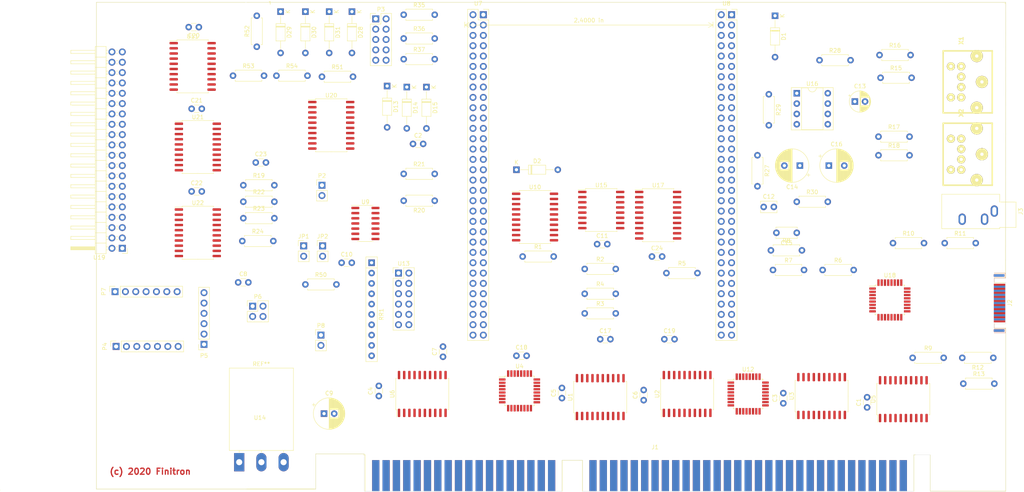
<source format=kicad_pcb>
(kicad_pcb (version 20171130) (host pcbnew "(5.1.5)-3")
  (title_block (title "FPGA Console board") (company Finitron))
  (layers (0 F.Cu signal) (1 In1.Cu power) (2 In2.Cu power) (31 B.Cu signal) (34 B.Paste user) (35 F.Paste user) (36 B.SilkS user) (37 F.SilkS user) (38 B.Mask user) (39 F.Mask user) (44 Edge.Cuts user))
  (net 0 "")
  (net 1 "Net-(J1-Pad79)")
  (net 2 "Net-(J1-Pad64)")
  (net 3 "Net-(J1-Pad42)")
  (net 4 "Net-(J1-Pad32)")
  (net 5 "Net-(J1-Pad27)")
  (net 6 "Net-(J1-Pad20)")
  (net 7 "Net-(J1-Pad8)")
  (net 8 "Net-(J1-Pad7)")
  (net 9 "Net-(J1-Pad5)")
  (net 10 /ALE)
  (net 11 /VCC33)
  (net 12 "Net-(U7-Pad47)")
  (net 13 "Net-(J2-Pad15)")
  (net 14 "Net-(J2-Pad14)")
  (net 15 "Net-(J2-Pad13)")
  (net 16 "Net-(J2-Pad12)")
  (net 17 "Net-(J2-Pad9)")
  (net 18 "Net-(J2-Pad4)")
  (net 19 "Net-(J2-Pad3)")
  (net 20 "Net-(J2-Pad1)")
  (net 21 "Net-(R15-Pad2)")
  (net 22 /KBDCLK)
  (net 23 "Net-(R16-Pad2)")
  (net 24 /KBDDAT)
  (net 25 "Net-(R17-Pad2)")
  (net 26 /MSEDAT)
  (net 27 "Net-(R18-Pad2)")
  (net 28 /MSECLK)
  (net 29 "Net-(X1-Pad3)")
  (net 30 /RDY)
  (net 31 /IRQ*)
  (net 32 /FALE)
  (net 33 /IRQ)
  (net 34 /RDY*)
  (net 35 GND)
  (net 36 /328_RESET*)
  (net 37 "Net-(C8-Pad1)")
  (net 38 "Net-(D1-Pad1)")
  (net 39 "Net-(D13-Pad1)")
  (net 40 "Net-(D14-Pad1)")
  (net 41 "Net-(D15-Pad1)")
  (net 42 "Net-(D28-Pad1)")
  (net 43 "Net-(D29-Pad1)")
  (net 44 "Net-(D30-Pad1)")
  (net 45 "Net-(D31-Pad1)")
  (net 46 VCC)
  (net 47 "Net-(P3-Pad8)")
  (net 48 "Net-(P3-Pad4)")
  (net 49 "Net-(P4-Pad7)")
  (net 50 "Net-(P4-Pad6)")
  (net 51 "Net-(P4-Pad5)")
  (net 52 "Net-(P4-Pad4)")
  (net 53 "Net-(P4-Pad3)")
  (net 54 "Net-(P4-Pad2)")
  (net 55 "Net-(P4-Pad1)")
  (net 56 "Net-(P5-Pad5)")
  (net 57 "Net-(P5-Pad4)")
  (net 58 "Net-(P5-Pad3)")
  (net 59 "Net-(P5-Pad2)")
  (net 60 /FTX)
  (net 61 "Net-(P6-Pad1)")
  (net 62 "Net-(P7-Pad5)")
  (net 63 "Net-(P7-Pad4)")
  (net 64 "Net-(P7-Pad3)")
  (net 65 "Net-(P7-Pad2)")
  (net 66 "Net-(P7-Pad1)")
  (net 67 /ANA0)
  (net 68 /ANA1)
  (net 69 /ANA2)
  (net 70 /FRX)
  (net 71 "Net-(RR1-Pad10)")
  (net 72 "Net-(RR1-Pad9)")
  (net 73 "Net-(RR1-Pad8)")
  (net 74 /CFG3)
  (net 75 /LED3)
  (net 76 /LED2)
  (net 77 /LED1)
  (net 78 /LED0)
  (net 79 /CFG4)
  (net 80 /RESET)
  (net 81 /MRQ7)
  (net 82 /MRQ6)
  (net 83 /MRQ5)
  (net 84 /MRQ3)
  (net 85 /MRQ2)
  (net 86 /MRQ1)
  (net 87 /MRQ0)
  (net 88 /LED4)
  (net 89 /MOE*)
  (net 90 /FMRQ7)
  (net 91 /MS2)
  (net 92 /FMRQ6)
  (net 93 /MS1)
  (net 94 /FMRQ5)
  (net 95 /MS0)
  (net 96 /FMRQ3)
  (net 97 /FMRQ2)
  (net 98 /FMRQ1)
  (net 99 /FMRQ0)
  (net 100 /MAK7*)
  (net 101 /MAK6*)
  (net 102 /MAK5*)
  (net 103 /MAK0*)
  (net 104 /MAK2*)
  (net 105 /MAK1*)
  (net 106 /MAK3*)
  (net 107 /CFG2)
  (net 108 "Net-(U15-Pad14)")
  (net 109 "Net-(U15-Pad13)")
  (net 110 "Net-(U15-Pad12)")
  (net 111 "Net-(U15-Pad11)")
  (net 112 "Net-(U15-Pad10)")
  (net 113 "Net-(U15-Pad9)")
  (net 114 "Net-(U15-Pad7)")
  (net 115 "Net-(U7-Pad51)")
  (net 116 "Net-(U7-Pad33)")
  (net 117 "Net-(U7-Pad14)")
  (net 118 "Net-(U7-Pad4)")
  (net 119 "Net-(U7-Pad3)")
  (net 120 "Net-(U8-Pad4)")
  (net 121 "Net-(U8-Pad3)")
  (net 122 "Net-(J1-Pad30)")
  (net 123 /14M318Hz)
  (net 124 /8M18Hz)
  (net 125 /F14M318Hz)
  (net 126 /F8M18Hz)
  (net 127 /FRD)
  (net 128 /AUD)
  (net 129 "Net-(C13-Pad2)")
  (net 130 "Net-(C13-Pad1)")
  (net 131 "Net-(C15-Pad1)")
  (net 132 "Net-(C16-Pad2)")
  (net 133 "Net-(C16-Pad1)")
  (net 134 "Net-(R27-Pad1)")
  (net 135 "Net-(U16-Pad7)")
  (net 136 /AD15)
  (net 137 /AD14)
  (net 138 /AD13)
  (net 139 /AD12)
  (net 140 /AD11)
  (net 141 /AD10)
  (net 142 /AD9)
  (net 143 /AD8)
  (net 144 /RD)
  (net 145 "Net-(J1-Pad63)")
  (net 146 /AD16)
  (net 147 /AD17)
  (net 148 /AD18)
  (net 149 /AD19)
  (net 150 /AD20)
  (net 151 /AD21)
  (net 152 /AD22)
  (net 153 /AD23)
  (net 154 /AD24)
  (net 155 /AD25)
  (net 156 /AD26)
  (net 157 /AD27)
  (net 158 /AD28)
  (net 159 /AD29)
  (net 160 /AD30)
  (net 161 /AD31)
  (net 162 /SEL0)
  (net 163 /SEL1)
  (net 164 /SEL2)
  (net 165 /SEL3)
  (net 166 /AD0)
  (net 167 /AD1)
  (net 168 /AD2)
  (net 169 /AD3)
  (net 170 /AD4)
  (net 171 /AD5)
  (net 172 /AD6)
  (net 173 /AD7)
  (net 174 /CFG1)
  (net 175 /CFG0)
  (net 176 /FBEN)
  (net 177 /FAD16)
  (net 178 /FAD17)
  (net 179 /FAD18)
  (net 180 /FAD19)
  (net 181 /FAD20)
  (net 182 /FAD21)
  (net 183 /FAD22)
  (net 184 /FAD23)
  (net 185 /FBDIR)
  (net 186 /FAD24)
  (net 187 /FAD25)
  (net 188 /FAD26)
  (net 189 /FAD27)
  (net 190 /FAD28)
  (net 191 /FAD29)
  (net 192 /FAD30)
  (net 193 /FAD31)
  (net 194 /FSEL3)
  (net 195 /FSEL2)
  (net 196 /FSEL1)
  (net 197 /FSEL0)
  (net 198 /FCDIR)
  (net 199 /FAD0)
  (net 200 /FAD1)
  (net 201 /FAD2)
  (net 202 /FAD3)
  (net 203 /FAD4)
  (net 204 /FAD5)
  (net 205 /FAD6)
  (net 206 /FAD7)
  (net 207 /FAD15)
  (net 208 /FAD14)
  (net 209 /FAD13)
  (net 210 /FAD12)
  (net 211 /FAD11)
  (net 212 /FAD10)
  (net 213 /FAD9)
  (net 214 /FAD8)
  (net 215 /FRDY*)
  (net 216 "Net-(U17-Pad12)")
  (net 217 "Net-(J1-Pad89)")
  (net 218 /IRQ2)
  (net 219 /FIRQ10)
  (net 220 "Net-(J1-Pad69)")
  (net 221 /DD7)
  (net 222 /DMARQ)
  (net 223 /DIORDY)
  (net 224 /CSEL)
  (net 225 /DDMARQ)
  (net 226 /RESET*)
  (net 227 /DBEN*)
  (net 228 /DDIR)
  (net 229 /DRDY*)
  (net 230 /FCS3FX*)
  (net 231 /FCS1FX*)
  (net 232 /FDIOR*)
  (net 233 /FDIOW*)
  (net 234 "Net-(U11-Pad20)")
  (net 235 /DIOW*)
  (net 236 "Net-(U11-Pad17)")
  (net 237 /DIOR*)
  (net 238 "Net-(U11-Pad15)")
  (net 239 /CS1FX*)
  (net 240 "Net-(U11-Pad13)")
  (net 241 /CS3FX*)
  (net 242 "Net-(U11-Pad7)")
  (net 243 "Net-(U11-Pad5)")
  (net 244 "Net-(U11-Pad3)")
  (net 245 /INTRQ)
  (net 246 /DASP*)
  (net 247 /DA2)
  (net 248 /DA0)
  (net 249 /PDIAG)
  (net 250 /DA1)
  (net 251 /IOCS16*)
  (net 252 /DMACK*)
  (net 253 /VCC_CF)
  (net 254 /DD15)
  (net 255 /DD0)
  (net 256 /DD14)
  (net 257 /DD1)
  (net 258 /DD13)
  (net 259 /DD2)
  (net 260 /DD12)
  (net 261 /DD3)
  (net 262 /DD11)
  (net 263 /DD4)
  (net 264 /DD10)
  (net 265 /DD5)
  (net 266 /DD9)
  (net 267 /DD6)
  (net 268 /DD8)
  (net 269 "Net-(U20-Pad16)")
  (net 270 "Net-(U20-Pad15)")
  (net 271 "Net-(U20-Pad14)")
  (net 272 "Net-(U20-Pad13)")
  (net 273 "Net-(U20-Pad12)")
  (net 274 "Net-(U20-Pad9)")
  (net 275 "Net-(U20-Pad8)")
  (net 276 "Net-(U20-Pad7)")
  (net 277 "Net-(U20-Pad6)")
  (net 278 "Net-(U20-Pad5)")
  (net 279 "Net-(D2-Pad1)")
  (net 280 /CLK0P)
  (net 281 /CLK0N)
  (net 282 /DAT0P)
  (net 283 /DAT0N)
  (net 284 /DAT1P)
  (net 285 /DAT1N)
  (net 286 /DAT2P)
  (net 287 /DAT2N)
  (net 288 /RCLK0P)
  (net 289 /RCLK0N)
  (net 290 /RDAT0P)
  (net 291 /RDAT0N)
  (net 292 /RDAT1P)
  (net 293 /RDAT1N)
  (net 294 /RDAT2P)
  (net 295 /RDAT2N)
  (net 296 "Net-(J2-Pad16)")
  (net 297 "Net-(J2-Pad10)")
  (net 298 "Net-(J2-Pad6)")
  (net 299 "Net-(J2-Pad19)")
  (net 300 "Net-(J2-Pad7)")
  (net 301 "Net-(J2-PadSH)")
  (net 302 /FRCLK0N)
  (net 303 /FRCLK0P)
  (net 304 /FRDAT0N)
  (net 305 /FRDAT0P)
  (net 306 /FRDAT1N)
  (net 307 /FRDAT1P)
  (net 308 /FRDAT2N)
  (net 309 /FRDAT2P)
  (net 310 "Net-(R9-Pad1)")
  (net 311 /FTCLK0N)
  (net 312 /FTCLK0P)
  (net 313 "Net-(U4-Pad29)")
  (net 314 "Net-(U4-Pad24)")
  (net 315 "Net-(U4-Pad17)")
  (net 316 /FTDAT2N)
  (net 317 /FTDAT2P)
  (net 318 "Net-(U4-Pad8)")
  (net 319 /FTDAT1N)
  (net 320 /FTDAT1P)
  (net 321 /FTDAT0N)
  (net 322 /FTDAT0P)
  (net 323 "Net-(U4-Pad1)")
  (net 324 /HCLKP)
  (net 325 /HCLKN)
  (net 326 /HD0P)
  (net 327 /HD0N)
  (net 328 /FRCLKP)
  (net 329 /FRCLKN)
  (net 330 /HD2P)
  (net 331 /HD2N)
  (net 332 /HD1P)
  (net 333 /HD1N)
  (net 334 /INTA)
  (net 335 "Net-(U8-Pad2)")
  (net 336 "Net-(U8-Pad1)")
  (net 337 "Net-(U12-Pad29)")
  (net 338 "Net-(U12-Pad24)")
  (net 339 "Net-(U12-Pad17)")
  (net 340 "Net-(U12-Pad8)")
  (net 341 "Net-(U12-Pad1)")
  (net 342 "Net-(U18-Pad29)")
  (net 343 "Net-(U18-Pad24)")
  (net 344 "Net-(U18-Pad17)")
  (net 345 "Net-(U18-Pad8)")
  (net 346 "Net-(U18-Pad1)")
  (net 347 /VCC12)
  (net 348 "Net-(J1-Pad68)")
  (net 349 "Net-(J1-Pad67)")
  (net 350 "Net-(J1-Pad66)")
  (net 351 "Net-(J1-Pad65)")
  (net 352 /INT*)
  (net 353 /FINT)
  (net 354 /FINTA)
  (module Connector_HDMI:HDMI_A_Contact_Technology_HDMI-19APL2_Horizontal (layer F.Cu) (at 273.558 106.426 270)
    (fp_text reference J2 (at -0.01 -2.53 90) (layer F.SilkS))
    (fp_text value HDMI_A)
    (pad SH smd rect (at 6.775 0.1 270) (size 0.6 2.6) (layers F.Cu F.Paste F.Mask) (net 301 "Net-(J2-PadSH)"))
    (pad SH smd rect (at -6.775 0.1 270) (size 0.6 2.6) (layers F.Cu F.Paste F.Mask) (net 301 "Net-(J2-PadSH)"))
    (pad SH smd rect (at 6.775 0.1 270) (size 0.6 2.6) (layers B.Cu B.Paste B.Mask) (net 301 "Net-(J2-PadSH)"))
    (pad SH smd rect (at -6.775 0.1 270) (size 0.6 2.6) (layers B.Cu B.Paste B.Mask) (net 301 "Net-(J2-PadSH)"))
    (pad 18 smd rect (at 4 0 270) (size 0.5 2.8) (layers B.Cu B.Paste B.Mask) (net 46 VCC))
    (pad 16 smd rect (at 3 0 270) (size 0.5 2.8) (layers B.Cu B.Paste B.Mask) (net 296 "Net-(J2-Pad16)"))
    (pad 14 smd rect (at 2 0 270) (size 0.5 2.8) (layers B.Cu B.Paste B.Mask) (net 14 "Net-(J2-Pad14)"))
    (pad 12 smd rect (at 1 0 270) (size 0.5 2.8) (layers B.Cu B.Paste B.Mask) (net 16 "Net-(J2-Pad12)"))
    (pad 10 smd rect (at 0 0 270) (size 0.5 2.8) (layers B.Cu B.Paste B.Mask) (net 297 "Net-(J2-Pad10)"))
    (pad 8 smd rect (at -1 0 270) (size 0.5 2.8) (layers B.Cu B.Paste B.Mask) (net 35 GND))
    (pad 6 smd rect (at -2 0 270) (size 0.5 2.8) (layers B.Cu B.Paste B.Mask) (net 298 "Net-(J2-Pad6)"))
    (pad 4 smd rect (at -3 0 270) (size 0.5 2.8) (layers B.Cu B.Paste B.Mask) (net 18 "Net-(J2-Pad4)"))
    (pad 2 smd rect (at -4 0 270) (size 0.5 2.8) (layers B.Cu B.Paste B.Mask) (net 35 GND))
    (pad 19 smd rect (at 4.5 0 270) (size 0.5 2.8) (layers F.Cu F.Paste F.Mask) (net 299 "Net-(J2-Pad19)"))
    (pad 17 smd rect (at 3.5 0 270) (size 0.5 2.8) (layers F.Cu F.Paste F.Mask) (net 35 GND))
    (pad 15 smd rect (at 2.5 0 270) (size 0.5 2.8) (layers F.Cu F.Paste F.Mask) (net 13 "Net-(J2-Pad15)"))
    (pad 13 smd rect (at 1.5 0 270) (size 0.5 2.8) (layers F.Cu F.Paste F.Mask) (net 15 "Net-(J2-Pad13)"))
    (pad 11 smd rect (at 0.5 0 270) (size 0.5 2.8) (layers F.Cu F.Paste F.Mask) (net 35 GND))
    (pad 9 smd rect (at -0.5 0 270) (size 0.5 2.8) (layers F.Cu F.Paste F.Mask) (net 17 "Net-(J2-Pad9)"))
    (pad 7 smd rect (at -1.5 0 270) (size 0.5 2.8) (layers F.Cu F.Paste F.Mask) (net 300 "Net-(J2-Pad7)"))
    (pad 5 smd rect (at -2.5 0 270) (size 0.5 2.8) (layers F.Cu F.Paste F.Mask) (net 35 GND))
    (pad 3 smd rect (at -3.5 0 270) (size 0.5 2.8) (layers F.Cu F.Paste F.Mask) (net 19 "Net-(J2-Pad3)"))
    (pad 1 smd rect (at -4.5 0 270) (size 0.5 2.8) (layers F.Cu F.Paste F.Mask) (net 20 "Net-(J2-Pad1)"))
  )
  (module Package_QFP:TQFP-32_7x7mm_P0.8mm (layer F.Cu) (at 246.634 105.664)
    (fp_text reference U18 (at 0 -6.05) (layer F.SilkS))
    (fp_text value MAX3814)
    (pad 32 smd rect (at -2.8 -4.25 90) (size 1.6 0.55) (layers F.Cu F.Paste F.Mask) (net 11 /VCC33))
    (pad 31 smd rect (at -2 -4.25 90) (size 1.6 0.55) (layers F.Cu F.Paste F.Mask) (net 331 /HD2N))
    (pad 30 smd rect (at -1.2 -4.25 90) (size 1.6 0.55) (layers F.Cu F.Paste F.Mask) (net 330 /HD2P))
    (pad 29 smd rect (at -0.4 -4.25 90) (size 1.6 0.55) (layers F.Cu F.Paste F.Mask) (net 342 "Net-(U18-Pad29)"))
    (pad 28 smd rect (at 0.4 -4.25 90) (size 1.6 0.55) (layers F.Cu F.Paste F.Mask) (net 35 GND))
    (pad 27 smd rect (at 1.2 -4.25 90) (size 1.6 0.55) (layers F.Cu F.Paste F.Mask) (net 20 "Net-(J2-Pad1)"))
    (pad 26 smd rect (at 2 -4.25 90) (size 1.6 0.55) (layers F.Cu F.Paste F.Mask) (net 19 "Net-(J2-Pad3)"))
    (pad 25 smd rect (at 2.8 -4.25 90) (size 1.6 0.55) (layers F.Cu F.Paste F.Mask))
    (pad 24 smd rect (at 4.25 -2.8) (size 1.6 0.55) (layers F.Cu F.Paste F.Mask) (net 343 "Net-(U18-Pad24)"))
    (pad 23 smd rect (at 4.25 -2) (size 1.6 0.55) (layers F.Cu F.Paste F.Mask) (net 18 "Net-(J2-Pad4)"))
    (pad 22 smd rect (at 4.25 -1.2) (size 1.6 0.55) (layers F.Cu F.Paste F.Mask) (net 298 "Net-(J2-Pad6)"))
    (pad 21 smd rect (at 4.25 -0.4) (size 1.6 0.55) (layers F.Cu F.Paste F.Mask) (net 35 GND))
    (pad 20 smd rect (at 4.25 0.4) (size 1.6 0.55) (layers F.Cu F.Paste F.Mask) (net 35 GND))
    (pad 19 smd rect (at 4.25 1.2) (size 1.6 0.55) (layers F.Cu F.Paste F.Mask) (net 300 "Net-(J2-Pad7)"))
    (pad 18 smd rect (at 4.25 2) (size 1.6 0.55) (layers F.Cu F.Paste F.Mask) (net 17 "Net-(J2-Pad9)"))
    (pad 17 smd rect (at 4.25 2.8) (size 1.6 0.55) (layers F.Cu F.Paste F.Mask) (net 344 "Net-(U18-Pad17)"))
    (pad 16 smd rect (at 2.8 4.25 90) (size 1.6 0.55) (layers F.Cu F.Paste F.Mask))
    (pad 15 smd rect (at 2 4.25 90) (size 1.6 0.55) (layers F.Cu F.Paste F.Mask) (net 297 "Net-(J2-Pad10)"))
    (pad 14 smd rect (at 1.2 4.25 90) (size 1.6 0.55) (layers F.Cu F.Paste F.Mask) (net 16 "Net-(J2-Pad12)"))
    (pad 13 smd rect (at 0.4 4.25 90) (size 1.6 0.55) (layers F.Cu F.Paste F.Mask) (net 35 GND))
    (pad 12 smd rect (at -0.4 4.25 90) (size 1.6 0.55) (layers F.Cu F.Paste F.Mask) (net 310 "Net-(R9-Pad1)"))
    (pad 11 smd rect (at -1.2 4.25 90) (size 1.6 0.55) (layers F.Cu F.Paste F.Mask) (net 325 /HCLKN))
    (pad 10 smd rect (at -2 4.25 90) (size 1.6 0.55) (layers F.Cu F.Paste F.Mask) (net 324 /HCLKP))
    (pad 9 smd rect (at -2.8 4.25 90) (size 1.6 0.55) (layers F.Cu F.Paste F.Mask) (net 11 /VCC33))
    (pad 8 smd rect (at -4.25 2.8) (size 1.6 0.55) (layers F.Cu F.Paste F.Mask) (net 345 "Net-(U18-Pad8)"))
    (pad 7 smd rect (at -4.25 2) (size 1.6 0.55) (layers F.Cu F.Paste F.Mask) (net 327 /HD0N))
    (pad 6 smd rect (at -4.25 1.2) (size 1.6 0.55) (layers F.Cu F.Paste F.Mask) (net 326 /HD0P))
    (pad 5 smd rect (at -4.25 0.4) (size 1.6 0.55) (layers F.Cu F.Paste F.Mask) (net 11 /VCC33))
    (pad 4 smd rect (at -4.25 -0.4) (size 1.6 0.55) (layers F.Cu F.Paste F.Mask) (net 11 /VCC33))
    (pad 3 smd rect (at -4.25 -1.2) (size 1.6 0.55) (layers F.Cu F.Paste F.Mask) (net 333 /HD1N))
    (pad 2 smd rect (at -4.25 -2) (size 1.6 0.55) (layers F.Cu F.Paste F.Mask) (net 332 /HD1P))
    (pad 1 smd rect (at -4.25 -2.8) (size 1.6 0.55) (layers F.Cu F.Paste F.Mask) (net 346 "Net-(U18-Pad1)"))
  )
  (module Package_QFP:TQFP-32_7x7mm_P0.8mm (layer F.Cu) (at 211.836 128.778)
    (fp_text reference U12 (at 0 -6.05) (layer F.SilkS))
    (fp_text value MAX3814)
    (pad 32 smd rect (at -2.8 -4.25 90) (size 1.6 0.55) (layers F.Cu F.Paste F.Mask) (net 11 /VCC33))
    (pad 31 smd rect (at -2 -4.25 90) (size 1.6 0.55) (layers F.Cu F.Paste F.Mask) (net 289 /RCLK0N))
    (pad 30 smd rect (at -1.2 -4.25 90) (size 1.6 0.55) (layers F.Cu F.Paste F.Mask) (net 288 /RCLK0P))
    (pad 29 smd rect (at -0.4 -4.25 90) (size 1.6 0.55) (layers F.Cu F.Paste F.Mask) (net 337 "Net-(U12-Pad29)"))
    (pad 28 smd rect (at 0.4 -4.25 90) (size 1.6 0.55) (layers F.Cu F.Paste F.Mask) (net 35 GND))
    (pad 27 smd rect (at 1.2 -4.25 90) (size 1.6 0.55) (layers F.Cu F.Paste F.Mask) (net 303 /FRCLK0P))
    (pad 26 smd rect (at 2 -4.25 90) (size 1.6 0.55) (layers F.Cu F.Paste F.Mask) (net 302 /FRCLK0N))
    (pad 25 smd rect (at 2.8 -4.25 90) (size 1.6 0.55) (layers F.Cu F.Paste F.Mask))
    (pad 24 smd rect (at 4.25 -2.8) (size 1.6 0.55) (layers F.Cu F.Paste F.Mask) (net 338 "Net-(U12-Pad24)"))
    (pad 23 smd rect (at 4.25 -2) (size 1.6 0.55) (layers F.Cu F.Paste F.Mask) (net 305 /FRDAT0P))
    (pad 22 smd rect (at 4.25 -1.2) (size 1.6 0.55) (layers F.Cu F.Paste F.Mask) (net 304 /FRDAT0N))
    (pad 21 smd rect (at 4.25 -0.4) (size 1.6 0.55) (layers F.Cu F.Paste F.Mask) (net 35 GND))
    (pad 20 smd rect (at 4.25 0.4) (size 1.6 0.55) (layers F.Cu F.Paste F.Mask) (net 35 GND))
    (pad 19 smd rect (at 4.25 1.2) (size 1.6 0.55) (layers F.Cu F.Paste F.Mask) (net 307 /FRDAT1P))
    (pad 18 smd rect (at 4.25 2) (size 1.6 0.55) (layers F.Cu F.Paste F.Mask) (net 306 /FRDAT1N))
    (pad 17 smd rect (at 4.25 2.8) (size 1.6 0.55) (layers F.Cu F.Paste F.Mask) (net 339 "Net-(U12-Pad17)"))
    (pad 16 smd rect (at 2.8 4.25 90) (size 1.6 0.55) (layers F.Cu F.Paste F.Mask))
    (pad 15 smd rect (at 2 4.25 90) (size 1.6 0.55) (layers F.Cu F.Paste F.Mask) (net 309 /FRDAT2P))
    (pad 14 smd rect (at 1.2 4.25 90) (size 1.6 0.55) (layers F.Cu F.Paste F.Mask) (net 308 /FRDAT2N))
    (pad 13 smd rect (at 0.4 4.25 90) (size 1.6 0.55) (layers F.Cu F.Paste F.Mask) (net 35 GND))
    (pad 12 smd rect (at -0.4 4.25 90) (size 1.6 0.55) (layers F.Cu F.Paste F.Mask) (net 35 GND))
    (pad 11 smd rect (at -1.2 4.25 90) (size 1.6 0.55) (layers F.Cu F.Paste F.Mask) (net 295 /RDAT2N))
    (pad 10 smd rect (at -2 4.25 90) (size 1.6 0.55) (layers F.Cu F.Paste F.Mask) (net 294 /RDAT2P))
    (pad 9 smd rect (at -2.8 4.25 90) (size 1.6 0.55) (layers F.Cu F.Paste F.Mask) (net 11 /VCC33))
    (pad 8 smd rect (at -4.25 2.8) (size 1.6 0.55) (layers F.Cu F.Paste F.Mask) (net 340 "Net-(U12-Pad8)"))
    (pad 7 smd rect (at -4.25 2) (size 1.6 0.55) (layers F.Cu F.Paste F.Mask) (net 293 /RDAT1N))
    (pad 6 smd rect (at -4.25 1.2) (size 1.6 0.55) (layers F.Cu F.Paste F.Mask) (net 292 /RDAT1P))
    (pad 5 smd rect (at -4.25 0.4) (size 1.6 0.55) (layers F.Cu F.Paste F.Mask) (net 11 /VCC33))
    (pad 4 smd rect (at -4.25 -0.4) (size 1.6 0.55) (layers F.Cu F.Paste F.Mask) (net 11 /VCC33))
    (pad 3 smd rect (at -4.25 -1.2) (size 1.6 0.55) (layers F.Cu F.Paste F.Mask) (net 291 /RDAT0N))
    (pad 2 smd rect (at -4.25 -2) (size 1.6 0.55) (layers F.Cu F.Paste F.Mask) (net 290 /RDAT0P))
    (pad 1 smd rect (at -4.25 -2.8) (size 1.6 0.55) (layers F.Cu F.Paste F.Mask) (net 341 "Net-(U12-Pad1)"))
  )
  (module Package_QFP:TQFP-32_7x7mm_P0.8mm (layer F.Cu) (at 155.702 128.016)
    (fp_text reference U4 (at 0 -6.05) (layer F.SilkS))
    (fp_text value MAX3814)
    (pad 32 smd rect (at -2.8 -4.25 90) (size 1.6 0.55) (layers F.Cu F.Paste F.Mask) (net 11 /VCC33))
    (pad 31 smd rect (at -2 -4.25 90) (size 1.6 0.55) (layers F.Cu F.Paste F.Mask) (net 311 /FTCLK0N))
    (pad 30 smd rect (at -1.2 -4.25 90) (size 1.6 0.55) (layers F.Cu F.Paste F.Mask) (net 312 /FTCLK0P))
    (pad 29 smd rect (at -0.4 -4.25 90) (size 1.6 0.55) (layers F.Cu F.Paste F.Mask) (net 313 "Net-(U4-Pad29)"))
    (pad 28 smd rect (at 0.4 -4.25 90) (size 1.6 0.55) (layers F.Cu F.Paste F.Mask) (net 35 GND))
    (pad 27 smd rect (at 1.2 -4.25 90) (size 1.6 0.55) (layers F.Cu F.Paste F.Mask) (net 280 /CLK0P))
    (pad 26 smd rect (at 2 -4.25 90) (size 1.6 0.55) (layers F.Cu F.Paste F.Mask) (net 281 /CLK0N))
    (pad 25 smd rect (at 2.8 -4.25 90) (size 1.6 0.55) (layers F.Cu F.Paste F.Mask))
    (pad 24 smd rect (at 4.25 -2.8) (size 1.6 0.55) (layers F.Cu F.Paste F.Mask) (net 314 "Net-(U4-Pad24)"))
    (pad 23 smd rect (at 4.25 -2) (size 1.6 0.55) (layers F.Cu F.Paste F.Mask) (net 282 /DAT0P))
    (pad 22 smd rect (at 4.25 -1.2) (size 1.6 0.55) (layers F.Cu F.Paste F.Mask) (net 283 /DAT0N))
    (pad 21 smd rect (at 4.25 -0.4) (size 1.6 0.55) (layers F.Cu F.Paste F.Mask) (net 35 GND))
    (pad 20 smd rect (at 4.25 0.4) (size 1.6 0.55) (layers F.Cu F.Paste F.Mask) (net 35 GND))
    (pad 19 smd rect (at 4.25 1.2) (size 1.6 0.55) (layers F.Cu F.Paste F.Mask) (net 284 /DAT1P))
    (pad 18 smd rect (at 4.25 2) (size 1.6 0.55) (layers F.Cu F.Paste F.Mask) (net 285 /DAT1N))
    (pad 17 smd rect (at 4.25 2.8) (size 1.6 0.55) (layers F.Cu F.Paste F.Mask) (net 315 "Net-(U4-Pad17)"))
    (pad 16 smd rect (at 2.8 4.25 90) (size 1.6 0.55) (layers F.Cu F.Paste F.Mask))
    (pad 15 smd rect (at 2 4.25 90) (size 1.6 0.55) (layers F.Cu F.Paste F.Mask) (net 286 /DAT2P))
    (pad 14 smd rect (at 1.2 4.25 90) (size 1.6 0.55) (layers F.Cu F.Paste F.Mask) (net 287 /DAT2N))
    (pad 13 smd rect (at 0.4 4.25 90) (size 1.6 0.55) (layers F.Cu F.Paste F.Mask) (net 35 GND))
    (pad 12 smd rect (at -0.4 4.25 90) (size 1.6 0.55) (layers F.Cu F.Paste F.Mask) (net 176 /FBEN))
    (pad 11 smd rect (at -1.2 4.25 90) (size 1.6 0.55) (layers F.Cu F.Paste F.Mask) (net 316 /FTDAT2N))
    (pad 10 smd rect (at -2 4.25 90) (size 1.6 0.55) (layers F.Cu F.Paste F.Mask) (net 317 /FTDAT2P))
    (pad 9 smd rect (at -2.8 4.25 90) (size 1.6 0.55) (layers F.Cu F.Paste F.Mask) (net 11 /VCC33))
    (pad 8 smd rect (at -4.25 2.8) (size 1.6 0.55) (layers F.Cu F.Paste F.Mask) (net 318 "Net-(U4-Pad8)"))
    (pad 7 smd rect (at -4.25 2) (size 1.6 0.55) (layers F.Cu F.Paste F.Mask) (net 319 /FTDAT1N))
    (pad 6 smd rect (at -4.25 1.2) (size 1.6 0.55) (layers F.Cu F.Paste F.Mask) (net 320 /FTDAT1P))
    (pad 5 smd rect (at -4.25 0.4) (size 1.6 0.55) (layers F.Cu F.Paste F.Mask) (net 11 /VCC33))
    (pad 4 smd rect (at -4.25 -0.4) (size 1.6 0.55) (layers F.Cu F.Paste F.Mask) (net 11 /VCC33))
    (pad 3 smd rect (at -4.25 -1.2) (size 1.6 0.55) (layers F.Cu F.Paste F.Mask) (net 321 /FTDAT0N))
    (pad 2 smd rect (at -4.25 -2) (size 1.6 0.55) (layers F.Cu F.Paste F.Mask) (net 322 /FTDAT0P))
    (pad 1 smd rect (at -4.25 -2.8) (size 1.6 0.55) (layers F.Cu F.Paste F.Mask) (net 323 "Net-(U4-Pad1)"))
  )
  (module Resistor_THT:R_Axial_DIN0207_L6.3mm_D2.5mm_P7.62mm_Horizontal (layer F.Cu) (at 264.668 126.238)
    (fp_text reference R13 (at 3.81 -2.37) (layer F.SilkS))
    (fp_text value 100k)
    (pad 2 thru_hole oval (at 7.62 0) (size 1.6 1.6) (drill 0.8) (layers *.Cu *.Mask) (net 35 GND))
    (pad 1 thru_hole circle (at 0 0) (size 1.6 1.6) (drill 0.8) (layers *.Cu *.Mask) (net 299 "Net-(J2-Pad19)"))
  )
  (module Resistor_THT:R_Axial_DIN0207_L6.3mm_D2.5mm_P7.62mm_Horizontal (layer F.Cu) (at 272.034 119.888 180)
    (fp_text reference R12 (at 3.81 -2.37) (layer F.SilkS))
    (fp_text value 1k5)
    (pad 2 thru_hole oval (at 7.62 0 180) (size 1.6 1.6) (drill 0.8) (layers *.Cu *.Mask) (net 13 "Net-(J2-Pad15)"))
    (pad 1 thru_hole circle (at 0 0 180) (size 1.6 1.6) (drill 0.8) (layers *.Cu *.Mask) (net 46 VCC))
  )
  (module Resistor_THT:R_Axial_DIN0207_L6.3mm_D2.5mm_P7.62mm_Horizontal (layer F.Cu) (at 260.096 91.694)
    (fp_text reference R11 (at 3.81 -2.37) (layer F.SilkS))
    (fp_text value 1k5)
    (pad 2 thru_hole oval (at 7.62 0) (size 1.6 1.6) (drill 0.8) (layers *.Cu *.Mask) (net 296 "Net-(J2-Pad16)"))
    (pad 1 thru_hole circle (at 0 0) (size 1.6 1.6) (drill 0.8) (layers *.Cu *.Mask) (net 46 VCC))
  )
  (module Resistor_THT:R_Axial_DIN0207_L6.3mm_D2.5mm_P7.62mm_Horizontal (layer F.Cu) (at 247.396 91.694)
    (fp_text reference R10 (at 3.81 -2.37) (layer F.SilkS))
    (fp_text value 27k)
    (pad 2 thru_hole oval (at 7.62 0) (size 1.6 1.6) (drill 0.8) (layers *.Cu *.Mask) (net 15 "Net-(J2-Pad13)"))
    (pad 1 thru_hole circle (at 0 0) (size 1.6 1.6) (drill 0.8) (layers *.Cu *.Mask) (net 279 "Net-(D2-Pad1)"))
  )
  (module Resistor_THT:R_Axial_DIN0207_L6.3mm_D2.5mm_P7.62mm_Horizontal (layer F.Cu) (at 252.222 119.888)
    (fp_text reference R9 (at 3.81 -2.37) (layer F.SilkS))
    (fp_text value 10k)
    (pad 2 thru_hole oval (at 7.62 0) (size 1.6 1.6) (drill 0.8) (layers *.Cu *.Mask) (net 35 GND))
    (pad 1 thru_hole circle (at 0 0) (size 1.6 1.6) (drill 0.8) (layers *.Cu *.Mask) (net 310 "Net-(R9-Pad1)"))
  )
  (module Resistor_THT:R_Axial_DIN0207_L6.3mm_D2.5mm_P7.62mm_Horizontal (layer F.Cu) (at 217.424 93.472)
    (fp_text reference R8 (at 3.81 -2.37) (layer F.SilkS))
    (fp_text value 200)
    (pad 2 thru_hole oval (at 7.62 0) (size 1.6 1.6) (drill 0.8) (layers *.Cu *.Mask) (net 308 /FRDAT2N))
    (pad 1 thru_hole circle (at 0 0) (size 1.6 1.6) (drill 0.8) (layers *.Cu *.Mask) (net 309 /FRDAT2P))
  )
  (module Resistor_THT:R_Axial_DIN0207_L6.3mm_D2.5mm_P7.62mm_Horizontal (layer F.Cu) (at 217.932 98.298)
    (fp_text reference R7 (at 3.81 -2.37) (layer F.SilkS))
    (fp_text value 200)
    (pad 2 thru_hole oval (at 7.62 0) (size 1.6 1.6) (drill 0.8) (layers *.Cu *.Mask) (net 306 /FRDAT1N))
    (pad 1 thru_hole circle (at 0 0) (size 1.6 1.6) (drill 0.8) (layers *.Cu *.Mask) (net 307 /FRDAT1P))
  )
  (module Resistor_THT:R_Axial_DIN0207_L6.3mm_D2.5mm_P7.62mm_Horizontal (layer F.Cu) (at 230.124 98.298)
    (fp_text reference R6 (at 3.81 -2.37) (layer F.SilkS))
    (fp_text value 200)
    (pad 2 thru_hole oval (at 7.62 0) (size 1.6 1.6) (drill 0.8) (layers *.Cu *.Mask) (net 304 /FRDAT0N))
    (pad 1 thru_hole circle (at 0 0) (size 1.6 1.6) (drill 0.8) (layers *.Cu *.Mask) (net 305 /FRDAT0P))
  )
  (module Resistor_THT:R_Axial_DIN0207_L6.3mm_D2.5mm_P7.62mm_Horizontal (layer F.Cu) (at 191.77 99.06)
    (fp_text reference R5 (at 3.81 -2.37) (layer F.SilkS))
    (fp_text value 200)
    (pad 2 thru_hole oval (at 7.62 0) (size 1.6 1.6) (drill 0.8) (layers *.Cu *.Mask) (net 302 /FRCLK0N))
    (pad 1 thru_hole circle (at 0 0) (size 1.6 1.6) (drill 0.8) (layers *.Cu *.Mask) (net 303 /FRCLK0P))
  )
  (module Resistor_THT:R_Axial_DIN0207_L6.3mm_D2.5mm_P7.62mm_Horizontal (layer F.Cu) (at 171.704 104.14)
    (fp_text reference R4 (at 3.81 -2.37) (layer F.SilkS))
    (fp_text value 200)
    (pad 2 thru_hole oval (at 7.62 0) (size 1.6 1.6) (drill 0.8) (layers *.Cu *.Mask) (net 287 /DAT2N))
    (pad 1 thru_hole circle (at 0 0) (size 1.6 1.6) (drill 0.8) (layers *.Cu *.Mask) (net 286 /DAT2P))
  )
  (module Resistor_THT:R_Axial_DIN0207_L6.3mm_D2.5mm_P7.62mm_Horizontal (layer F.Cu) (at 171.704 108.966)
    (fp_text reference R3 (at 3.81 -2.37) (layer F.SilkS))
    (fp_text value 200)
    (pad 2 thru_hole oval (at 7.62 0) (size 1.6 1.6) (drill 0.8) (layers *.Cu *.Mask) (net 285 /DAT1N))
    (pad 1 thru_hole circle (at 0 0) (size 1.6 1.6) (drill 0.8) (layers *.Cu *.Mask) (net 284 /DAT1P))
  )
  (module Resistor_THT:R_Axial_DIN0207_L6.3mm_D2.5mm_P7.62mm_Horizontal (layer F.Cu) (at 171.704 98.044)
    (fp_text reference R2 (at 3.81 -2.37) (layer F.SilkS))
    (fp_text value 200)
    (pad 2 thru_hole oval (at 7.62 0) (size 1.6 1.6) (drill 0.8) (layers *.Cu *.Mask) (net 283 /DAT0N))
    (pad 1 thru_hole circle (at 0 0) (size 1.6 1.6) (drill 0.8) (layers *.Cu *.Mask) (net 282 /DAT0P))
  )
  (module Resistor_THT:R_Axial_DIN0207_L6.3mm_D2.5mm_P7.62mm_Horizontal (layer F.Cu) (at 156.464 94.996)
    (fp_text reference R1 (at 3.81 -2.37) (layer F.SilkS))
    (fp_text value 200)
    (pad 2 thru_hole oval (at 7.62 0) (size 1.6 1.6) (drill 0.8) (layers *.Cu *.Mask) (net 281 /CLK0N))
    (pad 1 thru_hole circle (at 0 0) (size 1.6 1.6) (drill 0.8) (layers *.Cu *.Mask) (net 280 /CLK0P))
  )
  (module Diode_THT:D_DO-35_SOD27_P10.16mm_Horizontal (layer F.Cu) (at 154.94 73.66)
    (fp_text reference D2 (at 5.08 -2.12) (layer F.SilkS))
    (fp_text value ZPDxx)
    (fp_text user K (at 0 -1.8) (layer F.SilkS))
    (pad 2 thru_hole oval (at 10.16 0) (size 1.6 1.6) (drill 0.8) (layers *.Cu *.Mask) (net 11 /VCC33))
    (pad 1 thru_hole rect (at 0 0) (size 1.6 1.6) (drill 0.8) (layers *.Cu *.Mask) (net 279 "Net-(D2-Pad1)"))
  )
  (module Capacitor_THT:C_Disc_D3.0mm_W1.6mm_P2.50mm (layer F.Cu) (at 188.214 94.996)
    (fp_text reference C24 (at 1.25 -2.05) (layer F.SilkS))
    (fp_text value 0.1)
    (pad 2 thru_hole circle (at 2.5 0) (size 1.6 1.6) (drill 0.8) (layers *.Cu *.Mask) (net 35 GND))
    (pad 1 thru_hole circle (at 0 0) (size 1.6 1.6) (drill 0.8) (layers *.Cu *.Mask) (net 11 /VCC33))
  )
  (module Capacitor_THT:C_Disc_D3.0mm_W1.6mm_P2.50mm (layer F.Cu) (at 90.932 71.882)
    (fp_text reference C23 (at 1.25 -2.05) (layer F.SilkS))
    (fp_text value 0.1)
    (pad 2 thru_hole circle (at 2.5 0) (size 1.6 1.6) (drill 0.8) (layers *.Cu *.Mask) (net 35 GND))
    (pad 1 thru_hole circle (at 0 0) (size 1.6 1.6) (drill 0.8) (layers *.Cu *.Mask) (net 11 /VCC33))
  )
  (module Connector_PinHeader_2.54mm:PinHeader_1x02_P2.54mm_Vertical (layer F.Cu) (at 107.188 77.47)
    (fp_text reference P2 (at 0 -2.33) (layer F.SilkS))
    (fp_text value CONN_2)
    (pad 2 thru_hole oval (at 0 2.54) (size 1.7 1.7) (drill 1) (layers *.Cu *.Mask) (net 253 /VCC_CF))
    (pad 1 thru_hole rect (at 0 0) (size 1.7 1.7) (drill 1) (layers *.Cu *.Mask) (net 46 VCC))
  )
  (module Capacitor_THT:C_Disc_D3.0mm_W1.6mm_P2.50mm (layer F.Cu) (at 75.184 78.994)
    (fp_text reference C22 (at 1.25 -2.05) (layer F.SilkS))
    (fp_text value 0.1)
    (pad 2 thru_hole circle (at 2.5 0) (size 1.6 1.6) (drill 0.8) (layers *.Cu *.Mask) (net 35 GND))
    (pad 1 thru_hole circle (at 0 0) (size 1.6 1.6) (drill 0.8) (layers *.Cu *.Mask) (net 11 /VCC33))
  )
  (module Capacitor_THT:C_Disc_D3.0mm_W1.6mm_P2.50mm (layer F.Cu) (at 75.184 58.674)
    (fp_text reference C21 (at 1.25 -2.05) (layer F.SilkS))
    (fp_text value 0.1)
    (pad 2 thru_hole circle (at 2.5 0) (size 1.6 1.6) (drill 0.8) (layers *.Cu *.Mask) (net 35 GND))
    (pad 1 thru_hole circle (at 0 0) (size 1.6 1.6) (drill 0.8) (layers *.Cu *.Mask) (net 11 /VCC33))
  )
  (module Capacitor_THT:C_Disc_D3.0mm_W1.6mm_P2.50mm (layer F.Cu) (at 76.962 38.608 180)
    (fp_text reference C20 (at 1.25 -2.05) (layer F.SilkS))
    (fp_text value 0.1)
    (pad 2 thru_hole circle (at 2.5 0 180) (size 1.6 1.6) (drill 0.8) (layers *.Cu *.Mask) (net 35 GND))
    (pad 1 thru_hole circle (at 0 0 180) (size 1.6 1.6) (drill 0.8) (layers *.Cu *.Mask) (net 11 /VCC33))
  )
  (module Package_SO:SOIC-20W_7.5x12.8mm_P1.27mm (layer F.Cu) (at 76.708 89.154)
    (fp_text reference U22 (at 0 -7.35) (layer F.SilkS))
    (fp_text value 74LVC245)
    (pad 20 smd roundrect (at 4.65 -5.715) (size 2.05 0.6) (layers F.Cu F.Paste F.Mask) (net 11 /VCC33))
    (pad 19 smd roundrect (at 4.65 -4.445) (size 2.05 0.6) (layers F.Cu F.Paste F.Mask) (net 227 /DBEN*))
    (pad 18 smd roundrect (at 4.65 -3.175) (size 2.05 0.6) (layers F.Cu F.Paste F.Mask) (net 268 /DD8))
    (pad 17 smd roundrect (at 4.65 -1.905) (size 2.05 0.6) (layers F.Cu F.Paste F.Mask) (net 266 /DD9))
    (pad 16 smd roundrect (at 4.65 -0.635) (size 2.05 0.6) (layers F.Cu F.Paste F.Mask) (net 264 /DD10))
    (pad 15 smd roundrect (at 4.65 0.635) (size 2.05 0.6) (layers F.Cu F.Paste F.Mask) (net 262 /DD11))
    (pad 14 smd roundrect (at 4.65 1.905) (size 2.05 0.6) (layers F.Cu F.Paste F.Mask) (net 260 /DD12))
    (pad 13 smd roundrect (at 4.65 3.175) (size 2.05 0.6) (layers F.Cu F.Paste F.Mask) (net 258 /DD13))
    (pad 12 smd roundrect (at 4.65 4.445) (size 2.05 0.6) (layers F.Cu F.Paste F.Mask) (net 256 /DD14))
    (pad 11 smd roundrect (at 4.65 5.715) (size 2.05 0.6) (layers F.Cu F.Paste F.Mask) (net 254 /DD15))
    (pad 10 smd roundrect (at -4.65 5.715) (size 2.05 0.6) (layers F.Cu F.Paste F.Mask) (net 35 GND))
    (pad 9 smd roundrect (at -4.65 4.445) (size 2.05 0.6) (layers F.Cu F.Paste F.Mask) (net 207 /FAD15))
    (pad 8 smd roundrect (at -4.65 3.175) (size 2.05 0.6) (layers F.Cu F.Paste F.Mask) (net 208 /FAD14))
    (pad 7 smd roundrect (at -4.65 1.905) (size 2.05 0.6) (layers F.Cu F.Paste F.Mask) (net 209 /FAD13))
    (pad 6 smd roundrect (at -4.65 0.635) (size 2.05 0.6) (layers F.Cu F.Paste F.Mask) (net 210 /FAD12))
    (pad 5 smd roundrect (at -4.65 -0.635) (size 2.05 0.6) (layers F.Cu F.Paste F.Mask) (net 211 /FAD11))
    (pad 4 smd roundrect (at -4.65 -1.905) (size 2.05 0.6) (layers F.Cu F.Paste F.Mask) (net 212 /FAD10))
    (pad 3 smd roundrect (at -4.65 -3.175) (size 2.05 0.6) (layers F.Cu F.Paste F.Mask) (net 213 /FAD9))
    (pad 2 smd roundrect (at -4.65 -4.445) (size 2.05 0.6) (layers F.Cu F.Paste F.Mask) (net 214 /FAD8))
    (pad 1 smd roundrect (at -4.65 -5.715) (size 2.05 0.6) (layers F.Cu F.Paste F.Mask) (net 228 /DDIR))
  )
  (module Package_SO:SOIC-20W_7.5x12.8mm_P1.27mm (layer F.Cu) (at 76.708 68.072)
    (fp_text reference U21 (at 0 -7.35) (layer F.SilkS))
    (fp_text value 74LVC245)
    (pad 20 smd roundrect (at 4.65 -5.715) (size 2.05 0.6) (layers F.Cu F.Paste F.Mask) (net 11 /VCC33))
    (pad 19 smd roundrect (at 4.65 -4.445) (size 2.05 0.6) (layers F.Cu F.Paste F.Mask) (net 227 /DBEN*))
    (pad 18 smd roundrect (at 4.65 -3.175) (size 2.05 0.6) (layers F.Cu F.Paste F.Mask) (net 255 /DD0))
    (pad 17 smd roundrect (at 4.65 -1.905) (size 2.05 0.6) (layers F.Cu F.Paste F.Mask) (net 257 /DD1))
    (pad 16 smd roundrect (at 4.65 -0.635) (size 2.05 0.6) (layers F.Cu F.Paste F.Mask) (net 259 /DD2))
    (pad 15 smd roundrect (at 4.65 0.635) (size 2.05 0.6) (layers F.Cu F.Paste F.Mask) (net 261 /DD3))
    (pad 14 smd roundrect (at 4.65 1.905) (size 2.05 0.6) (layers F.Cu F.Paste F.Mask) (net 263 /DD4))
    (pad 13 smd roundrect (at 4.65 3.175) (size 2.05 0.6) (layers F.Cu F.Paste F.Mask) (net 265 /DD5))
    (pad 12 smd roundrect (at 4.65 4.445) (size 2.05 0.6) (layers F.Cu F.Paste F.Mask) (net 267 /DD6))
    (pad 11 smd roundrect (at 4.65 5.715) (size 2.05 0.6) (layers F.Cu F.Paste F.Mask) (net 221 /DD7))
    (pad 10 smd roundrect (at -4.65 5.715) (size 2.05 0.6) (layers F.Cu F.Paste F.Mask) (net 35 GND))
    (pad 9 smd roundrect (at -4.65 4.445) (size 2.05 0.6) (layers F.Cu F.Paste F.Mask) (net 206 /FAD7))
    (pad 8 smd roundrect (at -4.65 3.175) (size 2.05 0.6) (layers F.Cu F.Paste F.Mask) (net 205 /FAD6))
    (pad 7 smd roundrect (at -4.65 1.905) (size 2.05 0.6) (layers F.Cu F.Paste F.Mask) (net 204 /FAD5))
    (pad 6 smd roundrect (at -4.65 0.635) (size 2.05 0.6) (layers F.Cu F.Paste F.Mask) (net 203 /FAD4))
    (pad 5 smd roundrect (at -4.65 -0.635) (size 2.05 0.6) (layers F.Cu F.Paste F.Mask) (net 202 /FAD3))
    (pad 4 smd roundrect (at -4.65 -1.905) (size 2.05 0.6) (layers F.Cu F.Paste F.Mask) (net 201 /FAD2))
    (pad 3 smd roundrect (at -4.65 -3.175) (size 2.05 0.6) (layers F.Cu F.Paste F.Mask) (net 200 /FAD1))
    (pad 2 smd roundrect (at -4.65 -4.445) (size 2.05 0.6) (layers F.Cu F.Paste F.Mask) (net 199 /FAD0))
    (pad 1 smd roundrect (at -4.65 -5.715) (size 2.05 0.6) (layers F.Cu F.Paste F.Mask) (net 228 /DDIR))
  )
  (module Package_SO:SOIC-20W_7.5x12.8mm_P1.27mm (layer F.Cu) (at 109.474 62.738)
    (fp_text reference U20 (at 0 -7.35) (layer F.SilkS))
    (fp_text value 74LVC573)
    (pad 20 smd roundrect (at 4.65 -5.715) (size 2.05 0.6) (layers F.Cu F.Paste F.Mask) (net 11 /VCC33))
    (pad 19 smd roundrect (at 4.65 -4.445) (size 2.05 0.6) (layers F.Cu F.Paste F.Mask) (net 248 /DA0))
    (pad 18 smd roundrect (at 4.65 -3.175) (size 2.05 0.6) (layers F.Cu F.Paste F.Mask) (net 250 /DA1))
    (pad 17 smd roundrect (at 4.65 -1.905) (size 2.05 0.6) (layers F.Cu F.Paste F.Mask) (net 247 /DA2))
    (pad 16 smd roundrect (at 4.65 -0.635) (size 2.05 0.6) (layers F.Cu F.Paste F.Mask) (net 269 "Net-(U20-Pad16)"))
    (pad 15 smd roundrect (at 4.65 0.635) (size 2.05 0.6) (layers F.Cu F.Paste F.Mask) (net 270 "Net-(U20-Pad15)"))
    (pad 14 smd roundrect (at 4.65 1.905) (size 2.05 0.6) (layers F.Cu F.Paste F.Mask) (net 271 "Net-(U20-Pad14)"))
    (pad 13 smd roundrect (at 4.65 3.175) (size 2.05 0.6) (layers F.Cu F.Paste F.Mask) (net 272 "Net-(U20-Pad13)"))
    (pad 12 smd roundrect (at 4.65 4.445) (size 2.05 0.6) (layers F.Cu F.Paste F.Mask) (net 273 "Net-(U20-Pad12)"))
    (pad 11 smd roundrect (at 4.65 5.715) (size 2.05 0.6) (layers F.Cu F.Paste F.Mask) (net 32 /FALE))
    (pad 10 smd roundrect (at -4.65 5.715) (size 2.05 0.6) (layers F.Cu F.Paste F.Mask) (net 35 GND))
    (pad 9 smd roundrect (at -4.65 4.445) (size 2.05 0.6) (layers F.Cu F.Paste F.Mask) (net 274 "Net-(U20-Pad9)"))
    (pad 8 smd roundrect (at -4.65 3.175) (size 2.05 0.6) (layers F.Cu F.Paste F.Mask) (net 275 "Net-(U20-Pad8)"))
    (pad 7 smd roundrect (at -4.65 1.905) (size 2.05 0.6) (layers F.Cu F.Paste F.Mask) (net 276 "Net-(U20-Pad7)"))
    (pad 6 smd roundrect (at -4.65 0.635) (size 2.05 0.6) (layers F.Cu F.Paste F.Mask) (net 277 "Net-(U20-Pad6)"))
    (pad 5 smd roundrect (at -4.65 -0.635) (size 2.05 0.6) (layers F.Cu F.Paste F.Mask) (net 278 "Net-(U20-Pad5)"))
    (pad 4 smd roundrect (at -4.65 -1.905) (size 2.05 0.6) (layers F.Cu F.Paste F.Mask) (net 201 /FAD2))
    (pad 3 smd roundrect (at -4.65 -3.175) (size 2.05 0.6) (layers F.Cu F.Paste F.Mask) (net 200 /FAD1))
    (pad 2 smd roundrect (at -4.65 -4.445) (size 2.05 0.6) (layers F.Cu F.Paste F.Mask) (net 199 /FAD0))
    (pad 1 smd roundrect (at -4.65 -5.715) (size 2.05 0.6) (layers F.Cu F.Paste F.Mask) (net 35 GND))
  )
  (module Connector_PinHeader_2.54mm:PinHeader_2x20_P2.54mm_Horizontal (layer F.Cu) (at 58.166 92.964 180)
    (fp_text reference U19 (at 5.655 -2.27) (layer F.SilkS))
    (fp_text value CONN_20X2)
    (pad 40 thru_hole oval (at 2.54 48.26 180) (size 1.7 1.7) (drill 1) (layers *.Cu *.Mask) (net 35 GND))
    (pad 39 thru_hole oval (at 0 48.26 180) (size 1.7 1.7) (drill 1) (layers *.Cu *.Mask) (net 246 /DASP*))
    (pad 38 thru_hole oval (at 2.54 45.72 180) (size 1.7 1.7) (drill 1) (layers *.Cu *.Mask) (net 241 /CS3FX*))
    (pad 37 thru_hole oval (at 0 45.72 180) (size 1.7 1.7) (drill 1) (layers *.Cu *.Mask) (net 239 /CS1FX*))
    (pad 36 thru_hole oval (at 2.54 43.18 180) (size 1.7 1.7) (drill 1) (layers *.Cu *.Mask) (net 247 /DA2))
    (pad 35 thru_hole oval (at 0 43.18 180) (size 1.7 1.7) (drill 1) (layers *.Cu *.Mask) (net 248 /DA0))
    (pad 34 thru_hole oval (at 2.54 40.64 180) (size 1.7 1.7) (drill 1) (layers *.Cu *.Mask) (net 249 /PDIAG))
    (pad 33 thru_hole oval (at 0 40.64 180) (size 1.7 1.7) (drill 1) (layers *.Cu *.Mask) (net 250 /DA1))
    (pad 32 thru_hole oval (at 2.54 38.1 180) (size 1.7 1.7) (drill 1) (layers *.Cu *.Mask) (net 251 /IOCS16*))
    (pad 31 thru_hole oval (at 0 38.1 180) (size 1.7 1.7) (drill 1) (layers *.Cu *.Mask) (net 245 /INTRQ))
    (pad 30 thru_hole oval (at 2.54 35.56 180) (size 1.7 1.7) (drill 1) (layers *.Cu *.Mask) (net 35 GND))
    (pad 29 thru_hole oval (at 0 35.56 180) (size 1.7 1.7) (drill 1) (layers *.Cu *.Mask) (net 252 /DMACK*))
    (pad 28 thru_hole oval (at 2.54 33.02 180) (size 1.7 1.7) (drill 1) (layers *.Cu *.Mask) (net 224 /CSEL))
    (pad 27 thru_hole oval (at 0 33.02 180) (size 1.7 1.7) (drill 1) (layers *.Cu *.Mask) (net 223 /DIORDY))
    (pad 26 thru_hole oval (at 2.54 30.48 180) (size 1.7 1.7) (drill 1) (layers *.Cu *.Mask) (net 35 GND))
    (pad 25 thru_hole oval (at 0 30.48 180) (size 1.7 1.7) (drill 1) (layers *.Cu *.Mask) (net 237 /DIOR*))
    (pad 24 thru_hole oval (at 2.54 27.94 180) (size 1.7 1.7) (drill 1) (layers *.Cu *.Mask) (net 35 GND))
    (pad 23 thru_hole oval (at 0 27.94 180) (size 1.7 1.7) (drill 1) (layers *.Cu *.Mask) (net 235 /DIOW*))
    (pad 22 thru_hole oval (at 2.54 25.4 180) (size 1.7 1.7) (drill 1) (layers *.Cu *.Mask) (net 35 GND))
    (pad 21 thru_hole oval (at 0 25.4 180) (size 1.7 1.7) (drill 1) (layers *.Cu *.Mask) (net 222 /DMARQ))
    (pad 20 thru_hole oval (at 2.54 22.86 180) (size 1.7 1.7) (drill 1) (layers *.Cu *.Mask) (net 253 /VCC_CF))
    (pad 19 thru_hole oval (at 0 22.86 180) (size 1.7 1.7) (drill 1) (layers *.Cu *.Mask) (net 35 GND))
    (pad 18 thru_hole oval (at 2.54 20.32 180) (size 1.7 1.7) (drill 1) (layers *.Cu *.Mask) (net 254 /DD15))
    (pad 17 thru_hole oval (at 0 20.32 180) (size 1.7 1.7) (drill 1) (layers *.Cu *.Mask) (net 255 /DD0))
    (pad 16 thru_hole oval (at 2.54 17.78 180) (size 1.7 1.7) (drill 1) (layers *.Cu *.Mask) (net 256 /DD14))
    (pad 15 thru_hole oval (at 0 17.78 180) (size 1.7 1.7) (drill 1) (layers *.Cu *.Mask) (net 257 /DD1))
    (pad 14 thru_hole oval (at 2.54 15.24 180) (size 1.7 1.7) (drill 1) (layers *.Cu *.Mask) (net 258 /DD13))
    (pad 13 thru_hole oval (at 0 15.24 180) (size 1.7 1.7) (drill 1) (layers *.Cu *.Mask) (net 259 /DD2))
    (pad 12 thru_hole oval (at 2.54 12.7 180) (size 1.7 1.7) (drill 1) (layers *.Cu *.Mask) (net 260 /DD12))
    (pad 11 thru_hole oval (at 0 12.7 180) (size 1.7 1.7) (drill 1) (layers *.Cu *.Mask) (net 261 /DD3))
    (pad 10 thru_hole oval (at 2.54 10.16 180) (size 1.7 1.7) (drill 1) (layers *.Cu *.Mask) (net 262 /DD11))
    (pad 9 thru_hole oval (at 0 10.16 180) (size 1.7 1.7) (drill 1) (layers *.Cu *.Mask) (net 263 /DD4))
    (pad 8 thru_hole oval (at 2.54 7.62 180) (size 1.7 1.7) (drill 1) (layers *.Cu *.Mask) (net 264 /DD10))
    (pad 7 thru_hole oval (at 0 7.62 180) (size 1.7 1.7) (drill 1) (layers *.Cu *.Mask) (net 265 /DD5))
    (pad 6 thru_hole oval (at 2.54 5.08 180) (size 1.7 1.7) (drill 1) (layers *.Cu *.Mask) (net 266 /DD9))
    (pad 5 thru_hole oval (at 0 5.08 180) (size 1.7 1.7) (drill 1) (layers *.Cu *.Mask) (net 267 /DD6))
    (pad 4 thru_hole oval (at 2.54 2.54 180) (size 1.7 1.7) (drill 1) (layers *.Cu *.Mask) (net 268 /DD8))
    (pad 3 thru_hole oval (at 0 2.54 180) (size 1.7 1.7) (drill 1) (layers *.Cu *.Mask) (net 221 /DD7))
    (pad 2 thru_hole oval (at 2.54 0 180) (size 1.7 1.7) (drill 1) (layers *.Cu *.Mask) (net 35 GND))
    (pad 1 thru_hole rect (at 0 0 180) (size 1.7 1.7) (drill 1) (layers *.Cu *.Mask) (net 226 /RESET*))
  )
  (module Package_SO:SOIC-20W_7.5x12.8mm_P1.27mm (layer F.Cu) (at 75.438 48.26)
    (fp_text reference U11 (at 0 -7.35) (layer F.SilkS))
    (fp_text value 74LVC244)
    (pad 20 smd roundrect (at 4.65 -5.715) (size 2.05 0.6) (layers F.Cu F.Paste F.Mask) (net 234 "Net-(U11-Pad20)"))
    (pad 19 smd roundrect (at 4.65 -4.445) (size 2.05 0.6) (layers F.Cu F.Paste F.Mask) (net 11 /VCC33))
    (pad 18 smd roundrect (at 4.65 -3.175) (size 2.05 0.6) (layers F.Cu F.Paste F.Mask) (net 235 /DIOW*))
    (pad 17 smd roundrect (at 4.65 -1.905) (size 2.05 0.6) (layers F.Cu F.Paste F.Mask) (net 236 "Net-(U11-Pad17)"))
    (pad 16 smd roundrect (at 4.65 -0.635) (size 2.05 0.6) (layers F.Cu F.Paste F.Mask) (net 237 /DIOR*))
    (pad 15 smd roundrect (at 4.65 0.635) (size 2.05 0.6) (layers F.Cu F.Paste F.Mask) (net 238 "Net-(U11-Pad15)"))
    (pad 14 smd roundrect (at 4.65 1.905) (size 2.05 0.6) (layers F.Cu F.Paste F.Mask) (net 239 /CS1FX*))
    (pad 13 smd roundrect (at 4.65 3.175) (size 2.05 0.6) (layers F.Cu F.Paste F.Mask) (net 240 "Net-(U11-Pad13)"))
    (pad 12 smd roundrect (at 4.65 4.445) (size 2.05 0.6) (layers F.Cu F.Paste F.Mask) (net 241 /CS3FX*))
    (pad 11 smd roundrect (at 4.65 5.715) (size 2.05 0.6) (layers F.Cu F.Paste F.Mask) (net 354 /FINTA))
    (pad 10 smd roundrect (at -4.65 5.715) (size 2.05 0.6) (layers F.Cu F.Paste F.Mask) (net 35 GND))
    (pad 9 smd roundrect (at -4.65 4.445) (size 2.05 0.6) (layers F.Cu F.Paste F.Mask) (net 334 /INTA))
    (pad 8 smd roundrect (at -4.65 3.175) (size 2.05 0.6) (layers F.Cu F.Paste F.Mask) (net 230 /FCS3FX*))
    (pad 7 smd roundrect (at -4.65 1.905) (size 2.05 0.6) (layers F.Cu F.Paste F.Mask) (net 242 "Net-(U11-Pad7)"))
    (pad 6 smd roundrect (at -4.65 0.635) (size 2.05 0.6) (layers F.Cu F.Paste F.Mask) (net 231 /FCS1FX*))
    (pad 5 smd roundrect (at -4.65 -0.635) (size 2.05 0.6) (layers F.Cu F.Paste F.Mask) (net 243 "Net-(U11-Pad5)"))
    (pad 4 smd roundrect (at -4.65 -1.905) (size 2.05 0.6) (layers F.Cu F.Paste F.Mask) (net 232 /FDIOR*))
    (pad 3 smd roundrect (at -4.65 -3.175) (size 2.05 0.6) (layers F.Cu F.Paste F.Mask) (net 244 "Net-(U11-Pad3)"))
    (pad 2 smd roundrect (at -4.65 -4.445) (size 2.05 0.6) (layers F.Cu F.Paste F.Mask) (net 233 /FDIOW*))
    (pad 1 smd roundrect (at -4.65 -5.715) (size 2.05 0.6) (layers F.Cu F.Paste F.Mask) (net 176 /FBEN))
  )
  (module Resistor_THT:R_Axial_DIN0207_L6.3mm_D2.5mm_P7.62mm_Horizontal (layer F.Cu) (at 87.63 91.186)
    (fp_text reference R24 (at 3.81 -2.37) (layer F.SilkS))
    (fp_text value 10k)
    (pad 2 thru_hole oval (at 7.62 0) (size 1.6 1.6) (drill 0.8) (layers *.Cu *.Mask) (net 35 GND))
    (pad 1 thru_hole circle (at 0 0) (size 1.6 1.6) (drill 0.8) (layers *.Cu *.Mask) (net 224 /CSEL))
  )
  (module Resistor_THT:R_Axial_DIN0207_L6.3mm_D2.5mm_P7.62mm_Horizontal (layer F.Cu) (at 87.884 85.57)
    (fp_text reference R23 (at 3.81 -2.37) (layer F.SilkS))
    (fp_text value 10k)
    (pad 2 thru_hole oval (at 7.62 0) (size 1.6 1.6) (drill 0.8) (layers *.Cu *.Mask) (net 35 GND))
    (pad 1 thru_hole circle (at 0 0) (size 1.6 1.6) (drill 0.8) (layers *.Cu *.Mask) (net 223 /DIORDY))
  )
  (module Resistor_THT:R_Axial_DIN0207_L6.3mm_D2.5mm_P7.62mm_Horizontal (layer F.Cu) (at 87.884 81.52)
    (fp_text reference R22 (at 3.81 -2.37) (layer F.SilkS))
    (fp_text value 10k)
    (pad 2 thru_hole oval (at 7.62 0) (size 1.6 1.6) (drill 0.8) (layers *.Cu *.Mask) (net 35 GND))
    (pad 1 thru_hole circle (at 0 0) (size 1.6 1.6) (drill 0.8) (layers *.Cu *.Mask) (net 222 /DMARQ))
  )
  (module Resistor_THT:R_Axial_DIN0207_L6.3mm_D2.5mm_P7.62mm_Horizontal (layer F.Cu) (at 87.884 77.47)
    (fp_text reference R19 (at 3.81 -2.37) (layer F.SilkS))
    (fp_text value 10k)
    (pad 2 thru_hole oval (at 7.62 0) (size 1.6 1.6) (drill 0.8) (layers *.Cu *.Mask) (net 35 GND))
    (pad 1 thru_hole circle (at 0 0) (size 1.6 1.6) (drill 0.8) (layers *.Cu *.Mask) (net 221 /DD7))
  )
  (module Capacitor_THT:C_Disc_D3.0mm_W1.6mm_P2.50mm (layer F.Cu) (at 191.262 115.316)
    (fp_text reference C19 (at 1.25 -2.05) (layer F.SilkS))
    (fp_text value 0.1)
    (pad 2 thru_hole circle (at 2.5 0) (size 1.6 1.6) (drill 0.8) (layers *.Cu *.Mask) (net 35 GND))
    (pad 1 thru_hole circle (at 0 0) (size 1.6 1.6) (drill 0.8) (layers *.Cu *.Mask) (net 11 /VCC33))
  )
  (module Capacitor_THT:C_Disc_D3.0mm_W1.6mm_P2.50mm (layer F.Cu) (at 154.94 119.38)
    (fp_text reference C18 (at 1.25 -2.05) (layer F.SilkS))
    (fp_text value 0.1)
    (pad 2 thru_hole circle (at 2.5 0) (size 1.6 1.6) (drill 0.8) (layers *.Cu *.Mask) (net 35 GND))
    (pad 1 thru_hole circle (at 0 0) (size 1.6 1.6) (drill 0.8) (layers *.Cu *.Mask) (net 11 /VCC33))
  )
  (module Capacitor_THT:C_Disc_D3.0mm_W1.6mm_P2.50mm (layer F.Cu) (at 175.514 115.316)
    (fp_text reference C17 (at 1.25 -2.05) (layer F.SilkS))
    (fp_text value 0.1)
    (pad 2 thru_hole circle (at 2.5 0) (size 1.6 1.6) (drill 0.8) (layers *.Cu *.Mask) (net 35 GND))
    (pad 1 thru_hole circle (at 0 0) (size 1.6 1.6) (drill 0.8) (layers *.Cu *.Mask) (net 11 /VCC33))
  )
  (module Package_DIP:DIP-8_W7.62mm_Socket (layer F.Cu) (at 223.774 54.864)
    (fp_text reference U16 (at 3.81 -2.33) (layer F.SilkS))
    (fp_text value LM386)
    (pad 8 thru_hole oval (at 7.62 0) (size 1.6 1.6) (drill 0.8) (layers *.Cu *.Mask) (net 129 "Net-(C13-Pad2)"))
    (pad 4 thru_hole oval (at 0 7.62) (size 1.6 1.6) (drill 0.8) (layers *.Cu *.Mask) (net 35 GND))
    (pad 7 thru_hole oval (at 7.62 2.54) (size 1.6 1.6) (drill 0.8) (layers *.Cu *.Mask) (net 135 "Net-(U16-Pad7)"))
    (pad 3 thru_hole oval (at 0 5.08) (size 1.6 1.6) (drill 0.8) (layers *.Cu *.Mask) (net 134 "Net-(R27-Pad1)"))
    (pad 6 thru_hole oval (at 7.62 5.08) (size 1.6 1.6) (drill 0.8) (layers *.Cu *.Mask) (net 347 /VCC12))
    (pad 2 thru_hole oval (at 0 2.54) (size 1.6 1.6) (drill 0.8) (layers *.Cu *.Mask) (net 35 GND))
    (pad 5 thru_hole oval (at 7.62 7.62) (size 1.6 1.6) (drill 0.8) (layers *.Cu *.Mask) (net 133 "Net-(C16-Pad1)"))
    (pad 1 thru_hole rect (at 0 0) (size 1.6 1.6) (drill 0.8) (layers *.Cu *.Mask) (net 130 "Net-(C13-Pad1)"))
  )
  (module Resistor_THT:R_Axial_DIN0207_L6.3mm_D2.5mm_P7.62mm_Horizontal (layer F.Cu) (at 223.774 81.534)
    (fp_text reference R30 (at 3.81 -2.37) (layer F.SilkS))
    (fp_text value 10)
    (pad 2 thru_hole oval (at 7.62 0) (size 1.6 1.6) (drill 0.8) (layers *.Cu *.Mask) (net 133 "Net-(C16-Pad1)"))
    (pad 1 thru_hole circle (at 0 0) (size 1.6 1.6) (drill 0.8) (layers *.Cu *.Mask) (net 131 "Net-(C15-Pad1)"))
  )
  (module Resistor_THT:R_Axial_DIN0207_L6.3mm_D2.5mm_P7.62mm_Horizontal (layer F.Cu) (at 216.916 55.118 270)
    (fp_text reference R29 (at 3.81 -2.37 90) (layer F.SilkS))
    (fp_text value 5k1)
    (pad 2 thru_hole oval (at 7.62 0 270) (size 1.6 1.6) (drill 0.8) (layers *.Cu *.Mask) (net 134 "Net-(R27-Pad1)"))
    (pad 1 thru_hole circle (at 0 0 270) (size 1.6 1.6) (drill 0.8) (layers *.Cu *.Mask) (net 35 GND))
  )
  (module Resistor_THT:R_Axial_DIN0207_L6.3mm_D2.5mm_P7.62mm_Horizontal (layer F.Cu) (at 214.122 70.104 270)
    (fp_text reference R27 (at 3.81 -2.37 90) (layer F.SilkS))
    (fp_text value 5k1)
    (pad 2 thru_hole oval (at 7.62 0 270) (size 1.6 1.6) (drill 0.8) (layers *.Cu *.Mask) (net 128 /AUD))
    (pad 1 thru_hole circle (at 0 0 270) (size 1.6 1.6) (drill 0.8) (layers *.Cu *.Mask) (net 134 "Net-(R27-Pad1)"))
  )
  (module Connector_Audio:Jack_3.5mm_CUI_SJ1-3533NG_Horizontal (layer F.Cu) (at 272.288 83.82 270)
    (fp_text reference J3 (at 0.1 -6.45 90) (layer F.SilkS))
    (fp_text value AudioJack2)
    (pad R thru_hole oval (at 2 7.9 270) (size 2.8 1.8) (drill oval 2 1) (layers *.Cu *.Mask))
    (pad T thru_hole oval (at 2 2.4 270) (size 2.8 1.8) (drill oval 2 1) (layers *.Cu *.Mask) (net 132 "Net-(C16-Pad2)"))
    (pad S thru_hole oval (at 0 0 270) (size 2.8 1.8) (drill oval 2 1) (layers *.Cu *.Mask) (net 35 GND))
  )
  (module Capacitor_THT:CP_Radial_D8.0mm_P3.80mm (layer F.Cu) (at 231.648 72.644)
    (fp_text reference C16 (at 1.9 -5.25) (layer F.SilkS))
    (fp_text value 220u)
    (pad 2 thru_hole circle (at 3.8 0) (size 1.6 1.6) (drill 0.8) (layers *.Cu *.Mask) (net 132 "Net-(C16-Pad2)"))
    (pad 1 thru_hole rect (at 0 0) (size 1.6 1.6) (drill 0.8) (layers *.Cu *.Mask) (net 133 "Net-(C16-Pad1)"))
  )
  (module Capacitor_THT:C_Disc_D5.0mm_W2.5mm_P5.00mm (layer F.Cu) (at 223.774 89.154 180)
    (fp_text reference C15 (at 2.5 -2.5) (layer F.SilkS))
    (fp_text value 0.047u)
    (pad 2 thru_hole circle (at 5 0 180) (size 1.6 1.6) (drill 0.8) (layers *.Cu *.Mask) (net 35 GND))
    (pad 1 thru_hole circle (at 0 0 180) (size 1.6 1.6) (drill 0.8) (layers *.Cu *.Mask) (net 131 "Net-(C15-Pad1)"))
  )
  (module Capacitor_THT:CP_Radial_D8.0mm_P3.80mm (layer F.Cu) (at 224.536 72.644 180)
    (fp_text reference C14 (at 1.9 -5.25) (layer F.SilkS))
    (fp_text value 100u)
    (pad 2 thru_hole circle (at 3.8 0 180) (size 1.6 1.6) (drill 0.8) (layers *.Cu *.Mask) (net 35 GND))
    (pad 1 thru_hole rect (at 0 0 180) (size 1.6 1.6) (drill 0.8) (layers *.Cu *.Mask) (net 347 /VCC12))
  )
  (module Capacitor_THT:CP_Radial_D5.0mm_P2.50mm (layer F.Cu) (at 238.038 56.896)
    (fp_text reference C13 (at 1.25 -3.75) (layer F.SilkS))
    (fp_text value 10u)
    (pad 2 thru_hole circle (at 2.5 0) (size 1.6 1.6) (drill 0.8) (layers *.Cu *.Mask) (net 129 "Net-(C13-Pad2)"))
    (pad 1 thru_hole rect (at 0 0) (size 1.6 1.6) (drill 0.8) (layers *.Cu *.Mask) (net 130 "Net-(C13-Pad1)"))
  )
  (module Capacitor_THT:C_Disc_D3.8mm_W2.6mm_P2.50mm (layer F.Cu) (at 215.646 82.804)
    (fp_text reference C12 (at 1.25 -2.55) (layer F.SilkS))
    (fp_text value 0.047u)
    (pad 2 thru_hole circle (at 2.5 0) (size 1.6 1.6) (drill 0.8) (layers *.Cu *.Mask) (net 35 GND))
    (pad 1 thru_hole circle (at 0 0) (size 1.6 1.6) (drill 0.8) (layers *.Cu *.Mask) (net 128 /AUD))
  )
  (module Package_SO:SOIC-14_3.9x8.7mm_P1.27mm (layer F.Cu) (at 117.856 86.868)
    (fp_text reference U9 (at 0 -5.28) (layer F.SilkS))
    (fp_text value 74LVC06)
    (pad 14 smd roundrect (at 2.475 -3.81) (size 1.95 0.6) (layers F.Cu F.Paste F.Mask) (net 11 /VCC33))
    (pad 13 smd roundrect (at 2.475 -2.54) (size 1.95 0.6) (layers F.Cu F.Paste F.Mask) (net 352 /INT*))
    (pad 12 smd roundrect (at 2.475 -1.27) (size 1.95 0.6) (layers F.Cu F.Paste F.Mask) (net 353 /FINT))
    (pad 11 smd roundrect (at 2.475 0) (size 1.95 0.6) (layers F.Cu F.Paste F.Mask) (net 223 /DIORDY))
    (pad 10 smd roundrect (at 2.475 1.27) (size 1.95 0.6) (layers F.Cu F.Paste F.Mask) (net 229 /DRDY*))
    (pad 9 smd roundrect (at 2.475 2.54) (size 1.95 0.6) (layers F.Cu F.Paste F.Mask) (net 33 /IRQ))
    (pad 8 smd roundrect (at 2.475 3.81) (size 1.95 0.6) (layers F.Cu F.Paste F.Mask) (net 31 /IRQ*))
    (pad 7 smd roundrect (at -2.475 3.81) (size 1.95 0.6) (layers F.Cu F.Paste F.Mask) (net 35 GND))
    (pad 6 smd roundrect (at -2.475 2.54) (size 1.95 0.6) (layers F.Cu F.Paste F.Mask) (net 30 /RDY))
    (pad 5 smd roundrect (at -2.475 1.27) (size 1.95 0.6) (layers F.Cu F.Paste F.Mask) (net 34 /RDY*))
    (pad 4 smd roundrect (at -2.475 0) (size 1.95 0.6) (layers F.Cu F.Paste F.Mask) (net 226 /RESET*))
    (pad 3 smd roundrect (at -2.475 -1.27) (size 1.95 0.6) (layers F.Cu F.Paste F.Mask) (net 80 /RESET))
    (pad 2 smd roundrect (at -2.475 -2.54) (size 1.95 0.6) (layers F.Cu F.Paste F.Mask) (net 215 /FRDY*))
    (pad 1 smd roundrect (at -2.475 -3.81) (size 1.95 0.6) (layers F.Cu F.Paste F.Mask) (net 30 /RDY))
  )
  (module Connector_PinHeader_2.54mm:PinHeader_1x02_P2.54mm_Vertical (layer F.Cu) (at 107.352 92.38)
    (fp_text reference JP2 (at 0 -2.33) (layer F.SilkS))
    (fp_text value Jumper)
    (pad 2 thru_hole oval (at 0 2.54) (size 1.7 1.7) (drill 1) (layers *.Cu *.Mask) (net 6 "Net-(J1-Pad20)"))
    (pad 1 thru_hole rect (at 0 0) (size 1.7 1.7) (drill 1) (layers *.Cu *.Mask) (net 124 /8M18Hz))
  )
  (module Connector_PinHeader_2.54mm:PinHeader_1x02_P2.54mm_Vertical (layer F.Cu) (at 102.702 92.38)
    (fp_text reference JP1 (at 0 -2.33) (layer F.SilkS))
    (fp_text value Jumper)
    (pad 2 thru_hole oval (at 0 2.54) (size 1.7 1.7) (drill 1) (layers *.Cu *.Mask) (net 122 "Net-(J1-Pad30)"))
    (pad 1 thru_hole rect (at 0 0) (size 1.7 1.7) (drill 1) (layers *.Cu *.Mask) (net 123 /14M318Hz))
  )
  (module Capacitor_THT:C_Disc_D3.0mm_W1.6mm_P2.50mm (layer F.Cu) (at 174.752 91.948)
    (fp_text reference C11 (at 1.25 -2.05) (layer F.SilkS))
    (fp_text value 0.1)
    (pad 2 thru_hole circle (at 2.5 0) (size 1.6 1.6) (drill 0.8) (layers *.Cu *.Mask) (net 35 GND))
    (pad 1 thru_hole circle (at 0 0) (size 1.6 1.6) (drill 0.8) (layers *.Cu *.Mask) (net 11 /VCC33))
  )
  (module Capacitor_THT:C_Disc_D3.0mm_W1.6mm_P2.50mm (layer F.Cu) (at 112.014 96.52)
    (fp_text reference C10 (at 1.25 -2.05) (layer F.SilkS))
    (fp_text value 0.1)
    (pad 2 thru_hole circle (at 2.5 0) (size 1.6 1.6) (drill 0.8) (layers *.Cu *.Mask) (net 35 GND))
    (pad 1 thru_hole circle (at 0 0) (size 1.6 1.6) (drill 0.8) (layers *.Cu *.Mask) (net 11 /VCC33))
  )
  (module Connector_PinSocket_2.54mm:PinSocket_2x32_P2.54mm_Vertical (layer F.Cu) (at 207.772 35.56)
    (fp_text reference U8 (at -1.27 -2.77) (layer F.SilkS))
    (fp_text value CONN_32X2)
    (pad 64 thru_hole oval (at -2.54 78.74) (size 1.7 1.7) (drill 1) (layers *.Cu *.Mask) (net 46 VCC))
    (pad 63 thru_hole oval (at 0 78.74) (size 1.7 1.7) (drill 1) (layers *.Cu *.Mask) (net 46 VCC))
    (pad 62 thru_hole oval (at -2.54 76.2) (size 1.7 1.7) (drill 1) (layers *.Cu *.Mask) (net 35 GND))
    (pad 61 thru_hole oval (at 0 76.2) (size 1.7 1.7) (drill 1) (layers *.Cu *.Mask) (net 35 GND))
    (pad 60 thru_hole oval (at -2.54 73.66) (size 1.7 1.7) (drill 1) (layers *.Cu *.Mask) (net 324 /HCLKP))
    (pad 59 thru_hole oval (at 0 73.66) (size 1.7 1.7) (drill 1) (layers *.Cu *.Mask) (net 325 /HCLKN))
    (pad 58 thru_hole oval (at -2.54 71.12) (size 1.7 1.7) (drill 1) (layers *.Cu *.Mask) (net 326 /HD0P))
    (pad 57 thru_hole oval (at 0 71.12) (size 1.7 1.7) (drill 1) (layers *.Cu *.Mask) (net 327 /HD0N))
    (pad 56 thru_hole oval (at -2.54 68.58) (size 1.7 1.7) (drill 1) (layers *.Cu *.Mask) (net 328 /FRCLKP))
    (pad 55 thru_hole oval (at 0 68.58) (size 1.7 1.7) (drill 1) (layers *.Cu *.Mask) (net 329 /FRCLKN))
    (pad 54 thru_hole oval (at -2.54 66.04) (size 1.7 1.7) (drill 1) (layers *.Cu *.Mask) (net 330 /HD2P))
    (pad 53 thru_hole oval (at 0 66.04) (size 1.7 1.7) (drill 1) (layers *.Cu *.Mask) (net 331 /HD2N))
    (pad 52 thru_hole oval (at -2.54 63.5) (size 1.7 1.7) (drill 1) (layers *.Cu *.Mask) (net 332 /HD1P))
    (pad 51 thru_hole oval (at 0 63.5) (size 1.7 1.7) (drill 1) (layers *.Cu *.Mask) (net 333 /HD1N))
    (pad 50 thru_hole oval (at -2.54 60.96) (size 1.7 1.7) (drill 1) (layers *.Cu *.Mask) (net 305 /FRDAT0P))
    (pad 49 thru_hole oval (at 0 60.96) (size 1.7 1.7) (drill 1) (layers *.Cu *.Mask) (net 304 /FRDAT0N))
    (pad 48 thru_hole oval (at -2.54 58.42) (size 1.7 1.7) (drill 1) (layers *.Cu *.Mask) (net 307 /FRDAT1P))
    (pad 47 thru_hole oval (at 0 58.42) (size 1.7 1.7) (drill 1) (layers *.Cu *.Mask) (net 306 /FRDAT1N))
    (pad 46 thru_hole oval (at -2.54 55.88) (size 1.7 1.7) (drill 1) (layers *.Cu *.Mask) (net 309 /FRDAT2P))
    (pad 45 thru_hole oval (at 0 55.88) (size 1.7 1.7) (drill 1) (layers *.Cu *.Mask) (net 308 /FRDAT2N))
    (pad 44 thru_hole oval (at -2.54 53.34) (size 1.7 1.7) (drill 1) (layers *.Cu *.Mask) (net 95 /MS0))
    (pad 43 thru_hole oval (at 0 53.34) (size 1.7 1.7) (drill 1) (layers *.Cu *.Mask) (net 91 /MS2))
    (pad 42 thru_hole oval (at -2.54 50.8) (size 1.7 1.7) (drill 1) (layers *.Cu *.Mask) (net 93 /MS1))
    (pad 41 thru_hole oval (at 0 50.8) (size 1.7 1.7) (drill 1) (layers *.Cu *.Mask) (net 215 /FRDY*))
    (pad 40 thru_hole oval (at -2.54 48.26) (size 1.7 1.7) (drill 1) (layers *.Cu *.Mask) (net 194 /FSEL3))
    (pad 39 thru_hole oval (at 0 48.26) (size 1.7 1.7) (drill 1) (layers *.Cu *.Mask) (net 176 /FBEN))
    (pad 38 thru_hole oval (at -2.54 45.72) (size 1.7 1.7) (drill 1) (layers *.Cu *.Mask) (net 195 /FSEL2))
    (pad 37 thru_hole oval (at 0 45.72) (size 1.7 1.7) (drill 1) (layers *.Cu *.Mask) (net 193 /FAD31))
    (pad 36 thru_hole oval (at -2.54 43.18) (size 1.7 1.7) (drill 1) (layers *.Cu *.Mask) (net 196 /FSEL1))
    (pad 35 thru_hole oval (at 0 43.18) (size 1.7 1.7) (drill 1) (layers *.Cu *.Mask) (net 192 /FAD30))
    (pad 34 thru_hole oval (at -2.54 40.64) (size 1.7 1.7) (drill 1) (layers *.Cu *.Mask) (net 197 /FSEL0))
    (pad 33 thru_hole oval (at 0 40.64) (size 1.7 1.7) (drill 1) (layers *.Cu *.Mask) (net 191 /FAD29))
    (pad 32 thru_hole oval (at -2.54 38.1) (size 1.7 1.7) (drill 1) (layers *.Cu *.Mask) (net 198 /FCDIR))
    (pad 31 thru_hole oval (at 0 38.1) (size 1.7 1.7) (drill 1) (layers *.Cu *.Mask) (net 190 /FAD28))
    (pad 30 thru_hole oval (at -2.54 35.56) (size 1.7 1.7) (drill 1) (layers *.Cu *.Mask) (net 70 /FRX))
    (pad 29 thru_hole oval (at 0 35.56) (size 1.7 1.7) (drill 1) (layers *.Cu *.Mask) (net 189 /FAD27))
    (pad 28 thru_hole oval (at -2.54 33.02) (size 1.7 1.7) (drill 1) (layers *.Cu *.Mask) (net 60 /FTX))
    (pad 27 thru_hole oval (at 0 33.02) (size 1.7 1.7) (drill 1) (layers *.Cu *.Mask) (net 188 /FAD26))
    (pad 26 thru_hole oval (at -2.54 30.48) (size 1.7 1.7) (drill 1) (layers *.Cu *.Mask) (net 354 /FINTA))
    (pad 25 thru_hole oval (at 0 30.48) (size 1.7 1.7) (drill 1) (layers *.Cu *.Mask) (net 187 /FAD25))
    (pad 24 thru_hole oval (at -2.54 27.94) (size 1.7 1.7) (drill 1) (layers *.Cu *.Mask) (net 185 /FBDIR))
    (pad 23 thru_hole oval (at 0 27.94) (size 1.7 1.7) (drill 1) (layers *.Cu *.Mask) (net 186 /FAD24))
    (pad 22 thru_hole oval (at -2.54 25.4) (size 1.7 1.7) (drill 1) (layers *.Cu *.Mask) (net 34 /RDY*))
    (pad 21 thru_hole oval (at 0 25.4) (size 1.7 1.7) (drill 1) (layers *.Cu *.Mask) (net 184 /FAD23))
    (pad 20 thru_hole oval (at -2.54 22.86) (size 1.7 1.7) (drill 1) (layers *.Cu *.Mask) (net 127 /FRD))
    (pad 19 thru_hole oval (at 0 22.86) (size 1.7 1.7) (drill 1) (layers *.Cu *.Mask) (net 183 /FAD22))
    (pad 18 thru_hole oval (at -2.54 20.32) (size 1.7 1.7) (drill 1) (layers *.Cu *.Mask) (net 32 /FALE))
    (pad 17 thru_hole oval (at 0 20.32) (size 1.7 1.7) (drill 1) (layers *.Cu *.Mask) (net 182 /FAD21))
    (pad 16 thru_hole oval (at -2.54 17.78) (size 1.7 1.7) (drill 1) (layers *.Cu *.Mask) (net 28 /MSECLK))
    (pad 15 thru_hole oval (at 0 17.78) (size 1.7 1.7) (drill 1) (layers *.Cu *.Mask) (net 67 /ANA0))
    (pad 14 thru_hole oval (at -2.54 15.24) (size 1.7 1.7) (drill 1) (layers *.Cu *.Mask) (net 181 /FAD20))
    (pad 13 thru_hole oval (at 0 15.24) (size 1.7 1.7) (drill 1) (layers *.Cu *.Mask) (net 180 /FAD19))
    (pad 12 thru_hole oval (at -2.54 12.7) (size 1.7 1.7) (drill 1) (layers *.Cu *.Mask) (net 26 /MSEDAT))
    (pad 11 thru_hole oval (at 0 12.7) (size 1.7 1.7) (drill 1) (layers *.Cu *.Mask) (net 179 /FAD18))
    (pad 10 thru_hole oval (at -2.54 10.16) (size 1.7 1.7) (drill 1) (layers *.Cu *.Mask) (net 22 /KBDCLK))
    (pad 9 thru_hole oval (at 0 10.16) (size 1.7 1.7) (drill 1) (layers *.Cu *.Mask) (net 178 /FAD17))
    (pad 8 thru_hole oval (at -2.54 7.62) (size 1.7 1.7) (drill 1) (layers *.Cu *.Mask) (net 24 /KBDDAT))
    (pad 7 thru_hole oval (at 0 7.62) (size 1.7 1.7) (drill 1) (layers *.Cu *.Mask) (net 177 /FAD16))
    (pad 6 thru_hole oval (at -2.54 5.08) (size 1.7 1.7) (drill 1) (layers *.Cu *.Mask) (net 35 GND))
    (pad 5 thru_hole oval (at 0 5.08) (size 1.7 1.7) (drill 1) (layers *.Cu *.Mask) (net 35 GND))
    (pad 4 thru_hole oval (at -2.54 2.54) (size 1.7 1.7) (drill 1) (layers *.Cu *.Mask) (net 120 "Net-(U8-Pad4)"))
    (pad 3 thru_hole oval (at 0 2.54) (size 1.7 1.7) (drill 1) (layers *.Cu *.Mask) (net 121 "Net-(U8-Pad3)"))
    (pad 2 thru_hole oval (at -2.54 0) (size 1.7 1.7) (drill 1) (layers *.Cu *.Mask) (net 335 "Net-(U8-Pad2)"))
    (pad 1 thru_hole rect (at 0 0) (size 1.7 1.7) (drill 1) (layers *.Cu *.Mask) (net 336 "Net-(U8-Pad1)"))
  )
  (module Connector_PinSocket_2.54mm:PinSocket_2x32_P2.54mm_Vertical (layer F.Cu) (at 146.812 35.56)
    (fp_text reference U7 (at -1.27 -2.77) (layer F.SilkS))
    (fp_text value CONN_32X2)
    (pad 64 thru_hole oval (at -2.54 78.74) (size 1.7 1.7) (drill 1) (layers *.Cu *.Mask) (net 46 VCC))
    (pad 63 thru_hole oval (at 0 78.74) (size 1.7 1.7) (drill 1) (layers *.Cu *.Mask) (net 46 VCC))
    (pad 62 thru_hole oval (at -2.54 76.2) (size 1.7 1.7) (drill 1) (layers *.Cu *.Mask) (net 35 GND))
    (pad 61 thru_hole oval (at 0 76.2) (size 1.7 1.7) (drill 1) (layers *.Cu *.Mask) (net 35 GND))
    (pad 60 thru_hole oval (at -2.54 73.66) (size 1.7 1.7) (drill 1) (layers *.Cu *.Mask) (net 322 /FTDAT0P))
    (pad 59 thru_hole oval (at 0 73.66) (size 1.7 1.7) (drill 1) (layers *.Cu *.Mask) (net 321 /FTDAT0N))
    (pad 58 thru_hole oval (at -2.54 71.12) (size 1.7 1.7) (drill 1) (layers *.Cu *.Mask) (net 320 /FTDAT1P))
    (pad 57 thru_hole oval (at 0 71.12) (size 1.7 1.7) (drill 1) (layers *.Cu *.Mask) (net 319 /FTDAT1N))
    (pad 56 thru_hole oval (at -2.54 68.58) (size 1.7 1.7) (drill 1) (layers *.Cu *.Mask) (net 312 /FTCLK0P))
    (pad 55 thru_hole oval (at 0 68.58) (size 1.7 1.7) (drill 1) (layers *.Cu *.Mask) (net 311 /FTCLK0N))
    (pad 54 thru_hole oval (at -2.54 66.04) (size 1.7 1.7) (drill 1) (layers *.Cu *.Mask) (net 76 /LED2))
    (pad 53 thru_hole oval (at 0 66.04) (size 1.7 1.7) (drill 1) (layers *.Cu *.Mask) (net 97 /FMRQ2))
    (pad 52 thru_hole oval (at -2.54 63.5) (size 1.7 1.7) (drill 1) (layers *.Cu *.Mask) (net 128 /AUD))
    (pad 51 thru_hole oval (at 0 63.5) (size 1.7 1.7) (drill 1) (layers *.Cu *.Mask) (net 115 "Net-(U7-Pad51)"))
    (pad 50 thru_hole oval (at -2.54 60.96) (size 1.7 1.7) (drill 1) (layers *.Cu *.Mask) (net 317 /FTDAT2P))
    (pad 49 thru_hole oval (at 0 60.96) (size 1.7 1.7) (drill 1) (layers *.Cu *.Mask) (net 316 /FTDAT2N))
    (pad 48 thru_hole oval (at -2.54 58.42) (size 1.7 1.7) (drill 1) (layers *.Cu *.Mask) (net 353 /FINT))
    (pad 47 thru_hole oval (at 0 58.42) (size 1.7 1.7) (drill 1) (layers *.Cu *.Mask) (net 12 "Net-(U7-Pad47)"))
    (pad 46 thru_hole oval (at -2.54 55.88) (size 1.7 1.7) (drill 1) (layers *.Cu *.Mask) (net 77 /LED1))
    (pad 45 thru_hole oval (at 0 55.88) (size 1.7 1.7) (drill 1) (layers *.Cu *.Mask) (net 98 /FMRQ1))
    (pad 44 thru_hole oval (at -2.54 53.34) (size 1.7 1.7) (drill 1) (layers *.Cu *.Mask) (net 78 /LED0))
    (pad 43 thru_hole oval (at 0 53.34) (size 1.7 1.7) (drill 1) (layers *.Cu *.Mask) (net 99 /FMRQ0))
    (pad 42 thru_hole oval (at -2.54 50.8) (size 1.7 1.7) (drill 1) (layers *.Cu *.Mask) (net 214 /FAD8))
    (pad 41 thru_hole oval (at 0 50.8) (size 1.7 1.7) (drill 1) (layers *.Cu *.Mask) (net 225 /DDMARQ))
    (pad 40 thru_hole oval (at -2.54 48.26) (size 1.7 1.7) (drill 1) (layers *.Cu *.Mask) (net 213 /FAD9))
    (pad 39 thru_hole oval (at 0 48.26) (size 1.7 1.7) (drill 1) (layers *.Cu *.Mask) (net 125 /F14M318Hz))
    (pad 38 thru_hole oval (at -2.54 45.72) (size 1.7 1.7) (drill 1) (layers *.Cu *.Mask) (net 212 /FAD10))
    (pad 37 thru_hole oval (at 0 45.72) (size 1.7 1.7) (drill 1) (layers *.Cu *.Mask) (net 126 /F8M18Hz))
    (pad 36 thru_hole oval (at -2.54 43.18) (size 1.7 1.7) (drill 1) (layers *.Cu *.Mask) (net 211 /FAD11))
    (pad 35 thru_hole oval (at 0 43.18) (size 1.7 1.7) (drill 1) (layers *.Cu *.Mask) (net 219 /FIRQ10))
    (pad 34 thru_hole oval (at -2.54 40.64) (size 1.7 1.7) (drill 1) (layers *.Cu *.Mask) (net 210 /FAD12))
    (pad 33 thru_hole oval (at 0 40.64) (size 1.7 1.7) (drill 1) (layers *.Cu *.Mask) (net 116 "Net-(U7-Pad33)"))
    (pad 32 thru_hole oval (at -2.54 38.1) (size 1.7 1.7) (drill 1) (layers *.Cu *.Mask) (net 209 /FAD13))
    (pad 31 thru_hole oval (at 0 38.1) (size 1.7 1.7) (drill 1) (layers *.Cu *.Mask) (net 90 /FMRQ7))
    (pad 30 thru_hole oval (at -2.54 35.56) (size 1.7 1.7) (drill 1) (layers *.Cu *.Mask) (net 68 /ANA1))
    (pad 29 thru_hole oval (at 0 35.56) (size 1.7 1.7) (drill 1) (layers *.Cu *.Mask) (net 69 /ANA2))
    (pad 28 thru_hole oval (at -2.54 33.02) (size 1.7 1.7) (drill 1) (layers *.Cu *.Mask) (net 208 /FAD14))
    (pad 27 thru_hole oval (at 0 33.02) (size 1.7 1.7) (drill 1) (layers *.Cu *.Mask) (net 92 /FMRQ6))
    (pad 26 thru_hole oval (at -2.54 30.48) (size 1.7 1.7) (drill 1) (layers *.Cu *.Mask) (net 207 /FAD15))
    (pad 25 thru_hole oval (at 0 30.48) (size 1.7 1.7) (drill 1) (layers *.Cu *.Mask) (net 94 /FMRQ5))
    (pad 24 thru_hole oval (at -2.54 27.94) (size 1.7 1.7) (drill 1) (layers *.Cu *.Mask) (net 199 /FAD0))
    (pad 23 thru_hole oval (at 0 27.94) (size 1.7 1.7) (drill 1) (layers *.Cu *.Mask) (net 96 /FMRQ3))
    (pad 22 thru_hole oval (at -2.54 25.4) (size 1.7 1.7) (drill 1) (layers *.Cu *.Mask) (net 200 /FAD1))
    (pad 21 thru_hole oval (at 0 25.4) (size 1.7 1.7) (drill 1) (layers *.Cu *.Mask) (net 226 /RESET*))
    (pad 20 thru_hole oval (at -2.54 22.86) (size 1.7 1.7) (drill 1) (layers *.Cu *.Mask) (net 201 /FAD2))
    (pad 19 thru_hole oval (at 0 22.86) (size 1.7 1.7) (drill 1) (layers *.Cu *.Mask) (net 227 /DBEN*))
    (pad 18 thru_hole oval (at -2.54 20.32) (size 1.7 1.7) (drill 1) (layers *.Cu *.Mask) (net 202 /FAD3))
    (pad 17 thru_hole oval (at 0 20.32) (size 1.7 1.7) (drill 1) (layers *.Cu *.Mask) (net 228 /DDIR))
    (pad 16 thru_hole oval (at -2.54 17.78) (size 1.7 1.7) (drill 1) (layers *.Cu *.Mask) (net 203 /FAD4))
    (pad 15 thru_hole oval (at 0 17.78) (size 1.7 1.7) (drill 1) (layers *.Cu *.Mask) (net 229 /DRDY*))
    (pad 14 thru_hole oval (at -2.54 15.24) (size 1.7 1.7) (drill 1) (layers *.Cu *.Mask) (net 117 "Net-(U7-Pad14)"))
    (pad 13 thru_hole oval (at 0 15.24) (size 1.7 1.7) (drill 1) (layers *.Cu *.Mask) (net 230 /FCS3FX*))
    (pad 12 thru_hole oval (at -2.54 12.7) (size 1.7 1.7) (drill 1) (layers *.Cu *.Mask) (net 204 /FAD5))
    (pad 11 thru_hole oval (at 0 12.7) (size 1.7 1.7) (drill 1) (layers *.Cu *.Mask) (net 231 /FCS1FX*))
    (pad 10 thru_hole oval (at -2.54 10.16) (size 1.7 1.7) (drill 1) (layers *.Cu *.Mask) (net 205 /FAD6))
    (pad 9 thru_hole oval (at 0 10.16) (size 1.7 1.7) (drill 1) (layers *.Cu *.Mask) (net 232 /FDIOR*))
    (pad 8 thru_hole oval (at -2.54 7.62) (size 1.7 1.7) (drill 1) (layers *.Cu *.Mask) (net 206 /FAD7))
    (pad 7 thru_hole oval (at 0 7.62) (size 1.7 1.7) (drill 1) (layers *.Cu *.Mask) (net 233 /FDIOW*))
    (pad 6 thru_hole oval (at -2.54 5.08) (size 1.7 1.7) (drill 1) (layers *.Cu *.Mask) (net 35 GND))
    (pad 5 thru_hole oval (at 0 5.08) (size 1.7 1.7) (drill 1) (layers *.Cu *.Mask) (net 35 GND))
    (pad 4 thru_hole oval (at -2.54 2.54) (size 1.7 1.7) (drill 1) (layers *.Cu *.Mask) (net 118 "Net-(U7-Pad4)"))
    (pad 3 thru_hole oval (at 0 2.54) (size 1.7 1.7) (drill 1) (layers *.Cu *.Mask) (net 119 "Net-(U7-Pad3)"))
    (pad 2 thru_hole oval (at -2.54 0) (size 1.7 1.7) (drill 1) (layers *.Cu *.Mask) (net 35 GND))
    (pad 1 thru_hole rect (at 0 0) (size 1.7 1.7) (drill 1) (layers *.Cu *.Mask) (net 35 GND))
  )
  (module Package_SO:SOIC-16W_7.5x10.3mm_P1.27mm (layer F.Cu) (at 175.768 83.566)
    (fp_text reference U15 (at 0 -6.1) (layer F.SilkS))
    (fp_text value 74LVC138)
    (pad 16 smd roundrect (at 4.65 -4.445) (size 2.05 0.6) (layers F.Cu F.Paste F.Mask) (net 11 /VCC33))
    (pad 15 smd roundrect (at 4.65 -3.175) (size 2.05 0.6) (layers F.Cu F.Paste F.Mask) (net 88 /LED4))
    (pad 14 smd roundrect (at 4.65 -1.905) (size 2.05 0.6) (layers F.Cu F.Paste F.Mask) (net 108 "Net-(U15-Pad14)"))
    (pad 13 smd roundrect (at 4.65 -0.635) (size 2.05 0.6) (layers F.Cu F.Paste F.Mask) (net 109 "Net-(U15-Pad13)"))
    (pad 12 smd roundrect (at 4.65 0.635) (size 2.05 0.6) (layers F.Cu F.Paste F.Mask) (net 110 "Net-(U15-Pad12)"))
    (pad 11 smd roundrect (at 4.65 1.905) (size 2.05 0.6) (layers F.Cu F.Paste F.Mask) (net 111 "Net-(U15-Pad11)"))
    (pad 10 smd roundrect (at 4.65 3.175) (size 2.05 0.6) (layers F.Cu F.Paste F.Mask) (net 112 "Net-(U15-Pad10)"))
    (pad 9 smd roundrect (at 4.65 4.445) (size 2.05 0.6) (layers F.Cu F.Paste F.Mask) (net 113 "Net-(U15-Pad9)"))
    (pad 8 smd roundrect (at -4.65 4.445) (size 2.05 0.6) (layers F.Cu F.Paste F.Mask) (net 35 GND))
    (pad 7 smd roundrect (at -4.65 3.175) (size 2.05 0.6) (layers F.Cu F.Paste F.Mask) (net 114 "Net-(U15-Pad7)"))
    (pad 6 smd roundrect (at -4.65 1.905) (size 2.05 0.6) (layers F.Cu F.Paste F.Mask) (net 11 /VCC33))
    (pad 5 smd roundrect (at -4.65 0.635) (size 2.05 0.6) (layers F.Cu F.Paste F.Mask) (net 35 GND))
    (pad 4 smd roundrect (at -4.65 -0.635) (size 2.05 0.6) (layers F.Cu F.Paste F.Mask) (net 35 GND))
    (pad 3 smd roundrect (at -4.65 -1.905) (size 2.05 0.6) (layers F.Cu F.Paste F.Mask) (net 91 /MS2))
    (pad 2 smd roundrect (at -4.65 -3.175) (size 2.05 0.6) (layers F.Cu F.Paste F.Mask) (net 93 /MS1))
    (pad 1 smd roundrect (at -4.65 -4.445) (size 2.05 0.6) (layers F.Cu F.Paste F.Mask) (net 95 /MS0))
  )
  (module Package_SO:SOIC-20W_7.5x12.8mm_P1.27mm (layer F.Cu) (at 189.738 84.836)
    (fp_text reference U17 (at 0 -7.35) (layer F.SilkS))
    (fp_text value 74LVC574)
    (pad 20 smd roundrect (at 4.65 -5.715) (size 2.05 0.6) (layers F.Cu F.Paste F.Mask) (net 11 /VCC33))
    (pad 19 smd roundrect (at 4.65 -4.445) (size 2.05 0.6) (layers F.Cu F.Paste F.Mask) (net 103 /MAK0*))
    (pad 18 smd roundrect (at 4.65 -3.175) (size 2.05 0.6) (layers F.Cu F.Paste F.Mask) (net 105 /MAK1*))
    (pad 17 smd roundrect (at 4.65 -1.905) (size 2.05 0.6) (layers F.Cu F.Paste F.Mask) (net 104 /MAK2*))
    (pad 16 smd roundrect (at 4.65 -0.635) (size 2.05 0.6) (layers F.Cu F.Paste F.Mask) (net 106 /MAK3*))
    (pad 15 smd roundrect (at 4.65 0.635) (size 2.05 0.6) (layers F.Cu F.Paste F.Mask) (net 102 /MAK5*))
    (pad 14 smd roundrect (at 4.65 1.905) (size 2.05 0.6) (layers F.Cu F.Paste F.Mask) (net 101 /MAK6*))
    (pad 13 smd roundrect (at 4.65 3.175) (size 2.05 0.6) (layers F.Cu F.Paste F.Mask) (net 100 /MAK7*))
    (pad 12 smd roundrect (at 4.65 4.445) (size 2.05 0.6) (layers F.Cu F.Paste F.Mask) (net 216 "Net-(U17-Pad12)"))
    (pad 11 smd roundrect (at 4.65 5.715) (size 2.05 0.6) (layers F.Cu F.Paste F.Mask) (net 10 /ALE))
    (pad 10 smd roundrect (at -4.65 5.715) (size 2.05 0.6) (layers F.Cu F.Paste F.Mask) (net 35 GND))
    (pad 9 smd roundrect (at -4.65 4.445) (size 2.05 0.6) (layers F.Cu F.Paste F.Mask) (net 114 "Net-(U15-Pad7)"))
    (pad 8 smd roundrect (at -4.65 3.175) (size 2.05 0.6) (layers F.Cu F.Paste F.Mask) (net 113 "Net-(U15-Pad9)"))
    (pad 7 smd roundrect (at -4.65 1.905) (size 2.05 0.6) (layers F.Cu F.Paste F.Mask) (net 112 "Net-(U15-Pad10)"))
    (pad 6 smd roundrect (at -4.65 0.635) (size 2.05 0.6) (layers F.Cu F.Paste F.Mask) (net 111 "Net-(U15-Pad11)"))
    (pad 5 smd roundrect (at -4.65 -0.635) (size 2.05 0.6) (layers F.Cu F.Paste F.Mask) (net 110 "Net-(U15-Pad12)"))
    (pad 4 smd roundrect (at -4.65 -1.905) (size 2.05 0.6) (layers F.Cu F.Paste F.Mask) (net 109 "Net-(U15-Pad13)"))
    (pad 3 smd roundrect (at -4.65 -3.175) (size 2.05 0.6) (layers F.Cu F.Paste F.Mask) (net 108 "Net-(U15-Pad14)"))
    (pad 2 smd roundrect (at -4.65 -4.445) (size 2.05 0.6) (layers F.Cu F.Paste F.Mask) (net 88 /LED4))
    (pad 1 smd roundrect (at -4.65 -5.715) (size 2.05 0.6) (layers F.Cu F.Paste F.Mask) (net 89 /MOE*))
  )
  (module Package_SO:SOIC-20W_7.5x12.8mm_P1.27mm (layer F.Cu) (at 159.512 85.284)
    (fp_text reference U10 (at 0 -7.35) (layer F.SilkS))
    (fp_text value 74LVC245)
    (pad 20 smd roundrect (at 4.65 -5.715) (size 2.05 0.6) (layers F.Cu F.Paste F.Mask) (net 11 /VCC33))
    (pad 19 smd roundrect (at 4.65 -4.445) (size 2.05 0.6) (layers F.Cu F.Paste F.Mask) (net 35 GND))
    (pad 18 smd roundrect (at 4.65 -3.175) (size 2.05 0.6) (layers F.Cu F.Paste F.Mask) (net 81 /MRQ7))
    (pad 17 smd roundrect (at 4.65 -1.905) (size 2.05 0.6) (layers F.Cu F.Paste F.Mask) (net 82 /MRQ6))
    (pad 16 smd roundrect (at 4.65 -0.635) (size 2.05 0.6) (layers F.Cu F.Paste F.Mask) (net 83 /MRQ5))
    (pad 15 smd roundrect (at 4.65 0.635) (size 2.05 0.6) (layers F.Cu F.Paste F.Mask) (net 84 /MRQ3))
    (pad 14 smd roundrect (at 4.65 1.905) (size 2.05 0.6) (layers F.Cu F.Paste F.Mask) (net 85 /MRQ2))
    (pad 13 smd roundrect (at 4.65 3.175) (size 2.05 0.6) (layers F.Cu F.Paste F.Mask) (net 86 /MRQ1))
    (pad 12 smd roundrect (at 4.65 4.445) (size 2.05 0.6) (layers F.Cu F.Paste F.Mask) (net 87 /MRQ0))
    (pad 11 smd roundrect (at 4.65 5.715) (size 2.05 0.6) (layers F.Cu F.Paste F.Mask) (net 222 /DMARQ))
    (pad 10 smd roundrect (at -4.65 5.715) (size 2.05 0.6) (layers F.Cu F.Paste F.Mask) (net 35 GND))
    (pad 9 smd roundrect (at -4.65 4.445) (size 2.05 0.6) (layers F.Cu F.Paste F.Mask) (net 225 /DDMARQ))
    (pad 8 smd roundrect (at -4.65 3.175) (size 2.05 0.6) (layers F.Cu F.Paste F.Mask) (net 99 /FMRQ0))
    (pad 7 smd roundrect (at -4.65 1.905) (size 2.05 0.6) (layers F.Cu F.Paste F.Mask) (net 98 /FMRQ1))
    (pad 6 smd roundrect (at -4.65 0.635) (size 2.05 0.6) (layers F.Cu F.Paste F.Mask) (net 97 /FMRQ2))
    (pad 5 smd roundrect (at -4.65 -0.635) (size 2.05 0.6) (layers F.Cu F.Paste F.Mask) (net 96 /FMRQ3))
    (pad 4 smd roundrect (at -4.65 -1.905) (size 2.05 0.6) (layers F.Cu F.Paste F.Mask) (net 94 /FMRQ5))
    (pad 3 smd roundrect (at -4.65 -3.175) (size 2.05 0.6) (layers F.Cu F.Paste F.Mask) (net 92 /FMRQ6))
    (pad 2 smd roundrect (at -4.65 -4.445) (size 2.05 0.6) (layers F.Cu F.Paste F.Mask) (net 90 /FMRQ7))
    (pad 1 smd roundrect (at -4.65 -5.715) (size 2.05 0.6) (layers F.Cu F.Paste F.Mask) (net 35 GND))
  )
  (module Resistor_THT:R_Axial_DIN0207_L6.3mm_D2.5mm_P7.62mm_Horizontal (layer F.Cu) (at 229.362 46.736)
    (fp_text reference R28 (at 3.81 -2.37) (layer F.SilkS))
    (fp_text value 100)
    (pad 2 thru_hole oval (at 7.62 0) (size 1.6 1.6) (drill 0.8) (layers *.Cu *.Mask) (net 38 "Net-(D1-Pad1)"))
    (pad 1 thru_hole circle (at 0 0) (size 1.6 1.6) (drill 0.8) (layers *.Cu *.Mask) (net 88 /LED4))
  )
  (module Diode_THT:D_DO-35_SOD27_P10.16mm_Horizontal (layer F.Cu) (at 218.44 35.814 270)
    (fp_text reference D1 (at 5.08 -2.12 90) (layer F.SilkS))
    (fp_text value LED)
    (fp_text user K (at 0 -1.8 90) (layer F.SilkS))
    (pad 2 thru_hole oval (at 10.16 0 270) (size 1.6 1.6) (drill 0.8) (layers *.Cu *.Mask) (net 35 GND))
    (pad 1 thru_hole rect (at 0 0 270) (size 1.6 1.6) (drill 0.8) (layers *.Cu *.Mask) (net 38 "Net-(D1-Pad1)"))
  )
  (module Package_TO_SOT_THT:LMxx (layer F.Cu) (at 91.948 134.112)
    (fp_text reference U14 (at 0 0.5) (layer F.SilkS))
    (fp_text value LM3940)
    (fp_text user REF** (at 0.37 -12.69) (layer F.SilkS))
    (pad VO thru_hole oval (at 5.82 11.43) (size 2.5 4.5) (drill 1.5) (layers *.Cu *.Mask) (net 11 /VCC33))
    (pad GND thru_hole oval (at 0.37 11.43) (size 2.5 4.5) (drill 1.5) (layers *.Cu *.Mask) (net 35 GND))
    (pad VI thru_hole rect (at -5.08 11.43) (size 2.5 4.5) (drill 1.5) (layers *.Cu *.Mask) (net 46 VCC))
    (pad "" np_thru_hole oval (at 0.37 -7.37) (size 3.4 3.4) (drill 3.4) (layers *.Cu *.Mask))
  )
  (module Connector_PinHeader_2.54mm:PinHeader_2x06_P2.54mm_Vertical (layer F.Cu) (at 125.984 99.06)
    (fp_text reference U13 (at 1.27 -2.33) (layer F.SilkS))
    (fp_text value CONN_6x2)
    (pad 12 thru_hole oval (at 2.54 12.7) (size 1.7 1.7) (drill 1) (layers *.Cu *.Mask) (net 35 GND))
    (pad 11 thru_hole oval (at 0 12.7) (size 1.7 1.7) (drill 1) (layers *.Cu *.Mask) (net 89 /MOE*))
    (pad 10 thru_hole oval (at 2.54 10.16) (size 1.7 1.7) (drill 1) (layers *.Cu *.Mask) (net 35 GND))
    (pad 9 thru_hole oval (at 0 10.16) (size 1.7 1.7) (drill 1) (layers *.Cu *.Mask) (net 79 /CFG4))
    (pad 8 thru_hole oval (at 2.54 7.62) (size 1.7 1.7) (drill 1) (layers *.Cu *.Mask) (net 35 GND))
    (pad 7 thru_hole oval (at 0 7.62) (size 1.7 1.7) (drill 1) (layers *.Cu *.Mask) (net 74 /CFG3))
    (pad 6 thru_hole oval (at 2.54 5.08) (size 1.7 1.7) (drill 1) (layers *.Cu *.Mask) (net 35 GND))
    (pad 5 thru_hole oval (at 0 5.08) (size 1.7 1.7) (drill 1) (layers *.Cu *.Mask) (net 107 /CFG2))
    (pad 4 thru_hole oval (at 2.54 2.54) (size 1.7 1.7) (drill 1) (layers *.Cu *.Mask) (net 35 GND))
    (pad 3 thru_hole oval (at 0 2.54) (size 1.7 1.7) (drill 1) (layers *.Cu *.Mask) (net 174 /CFG1))
    (pad 2 thru_hole oval (at 2.54 0) (size 1.7 1.7) (drill 1) (layers *.Cu *.Mask) (net 35 GND))
    (pad 1 thru_hole rect (at 0 0) (size 1.7 1.7) (drill 1) (layers *.Cu *.Mask) (net 175 /CFG0))
  )
  (module Resistor_THT:R_Array_SIP10 (layer F.Cu) (at 119.38 96.52 270)
    (fp_text reference RR1 (at 12.7 -2.4 90) (layer F.SilkS))
    (fp_text value 10k)
    (pad 10 thru_hole oval (at 22.86 0 270) (size 1.6 1.6) (drill 0.8) (layers *.Cu *.Mask) (net 71 "Net-(RR1-Pad10)"))
    (pad 9 thru_hole oval (at 20.32 0 270) (size 1.6 1.6) (drill 0.8) (layers *.Cu *.Mask) (net 72 "Net-(RR1-Pad9)"))
    (pad 8 thru_hole oval (at 17.78 0 270) (size 1.6 1.6) (drill 0.8) (layers *.Cu *.Mask) (net 73 "Net-(RR1-Pad8)"))
    (pad 7 thru_hole oval (at 15.24 0 270) (size 1.6 1.6) (drill 0.8) (layers *.Cu *.Mask) (net 89 /MOE*))
    (pad 6 thru_hole oval (at 12.7 0 270) (size 1.6 1.6) (drill 0.8) (layers *.Cu *.Mask) (net 79 /CFG4))
    (pad 5 thru_hole oval (at 10.16 0 270) (size 1.6 1.6) (drill 0.8) (layers *.Cu *.Mask) (net 74 /CFG3))
    (pad 4 thru_hole oval (at 7.62 0 270) (size 1.6 1.6) (drill 0.8) (layers *.Cu *.Mask) (net 107 /CFG2))
    (pad 3 thru_hole oval (at 5.08 0 270) (size 1.6 1.6) (drill 0.8) (layers *.Cu *.Mask) (net 174 /CFG1))
    (pad 2 thru_hole oval (at 2.54 0 270) (size 1.6 1.6) (drill 0.8) (layers *.Cu *.Mask) (net 175 /CFG0))
    (pad 1 thru_hole rect (at 0 0 270) (size 1.6 1.6) (drill 0.8) (layers *.Cu *.Mask) (net 11 /VCC33))
  )
  (module Resistor_THT:R_Axial_DIN0207_L6.3mm_D2.5mm_P7.62mm_Horizontal (layer F.Cu) (at 96.012 50.546)
    (fp_text reference R54 (at 3.81 -2.37) (layer F.SilkS))
    (fp_text value 100)
    (pad 2 thru_hole oval (at 7.62 0) (size 1.6 1.6) (drill 0.8) (layers *.Cu *.Mask) (net 45 "Net-(D31-Pad1)"))
    (pad 1 thru_hole circle (at 0 0) (size 1.6 1.6) (drill 0.8) (layers *.Cu *.Mask) (net 75 /LED3))
  )
  (module Resistor_THT:R_Axial_DIN0207_L6.3mm_D2.5mm_P7.62mm_Horizontal (layer F.Cu) (at 85.344 50.546)
    (fp_text reference R53 (at 3.81 -2.37) (layer F.SilkS))
    (fp_text value 100)
    (pad 2 thru_hole oval (at 7.62 0) (size 1.6 1.6) (drill 0.8) (layers *.Cu *.Mask) (net 44 "Net-(D30-Pad1)"))
    (pad 1 thru_hole circle (at 0 0) (size 1.6 1.6) (drill 0.8) (layers *.Cu *.Mask) (net 76 /LED2))
  )
  (module Resistor_THT:R_Axial_DIN0207_L6.3mm_D2.5mm_P7.62mm_Horizontal (layer F.Cu) (at 91.186 43.434 90)
    (fp_text reference R52 (at 3.81 -2.37 90) (layer F.SilkS))
    (fp_text value 100)
    (pad 2 thru_hole oval (at 7.62 0 90) (size 1.6 1.6) (drill 0.8) (layers *.Cu *.Mask) (net 43 "Net-(D29-Pad1)"))
    (pad 1 thru_hole circle (at 0 0 90) (size 1.6 1.6) (drill 0.8) (layers *.Cu *.Mask) (net 77 /LED1))
  )
  (module Resistor_THT:R_Axial_DIN0207_L6.3mm_D2.5mm_P7.62mm_Horizontal (layer F.Cu) (at 107.188 50.8)
    (fp_text reference R51 (at 3.81 -2.37) (layer F.SilkS))
    (fp_text value 100)
    (pad 2 thru_hole oval (at 7.62 0) (size 1.6 1.6) (drill 0.8) (layers *.Cu *.Mask) (net 42 "Net-(D28-Pad1)"))
    (pad 1 thru_hole circle (at 0 0) (size 1.6 1.6) (drill 0.8) (layers *.Cu *.Mask) (net 78 /LED0))
  )
  (module Resistor_THT:R_Axial_DIN0207_L6.3mm_D2.5mm_P7.62mm_Horizontal (layer F.Cu) (at 103.124 101.854)
    (fp_text reference R50 (at 3.81 -2.37) (layer F.SilkS))
    (fp_text value 10K)
    (pad 2 thru_hole oval (at 7.62 0) (size 1.6 1.6) (drill 0.8) (layers *.Cu *.Mask) (net 61 "Net-(P6-Pad1)"))
    (pad 1 thru_hole circle (at 0 0) (size 1.6 1.6) (drill 0.8) (layers *.Cu *.Mask) (net 70 /FRX))
  )
  (module Resistor_THT:R_Axial_DIN0207_L6.3mm_D2.5mm_P7.62mm_Horizontal (layer F.Cu) (at 127.254 46.482)
    (fp_text reference R37 (at 3.81 -2.37) (layer F.SilkS))
    (fp_text value 100)
    (pad 2 thru_hole oval (at 7.62 0) (size 1.6 1.6) (drill 0.8) (layers *.Cu *.Mask) (net 69 /ANA2))
    (pad 1 thru_hole circle (at 0 0) (size 1.6 1.6) (drill 0.8) (layers *.Cu *.Mask) (net 39 "Net-(D13-Pad1)"))
  )
  (module Resistor_THT:R_Axial_DIN0207_L6.3mm_D2.5mm_P7.62mm_Horizontal (layer F.Cu) (at 127.254 41.402)
    (fp_text reference R36 (at 3.81 -2.37) (layer F.SilkS))
    (fp_text value 100)
    (pad 2 thru_hole oval (at 7.62 0) (size 1.6 1.6) (drill 0.8) (layers *.Cu *.Mask) (net 68 /ANA1))
    (pad 1 thru_hole circle (at 0 0) (size 1.6 1.6) (drill 0.8) (layers *.Cu *.Mask) (net 40 "Net-(D14-Pad1)"))
  )
  (module Resistor_THT:R_Axial_DIN0207_L6.3mm_D2.5mm_P7.62mm_Horizontal (layer F.Cu) (at 127.254 35.56)
    (fp_text reference R35 (at 3.81 -2.37) (layer F.SilkS))
    (fp_text value 100)
    (pad 2 thru_hole oval (at 7.62 0) (size 1.6 1.6) (drill 0.8) (layers *.Cu *.Mask) (net 67 /ANA0))
    (pad 1 thru_hole circle (at 0 0) (size 1.6 1.6) (drill 0.8) (layers *.Cu *.Mask) (net 41 "Net-(D15-Pad1)"))
  )
  (module Connector_PinHeader_2.54mm:PinHeader_1x02_P2.54mm_Vertical (layer F.Cu) (at 106.934 114.3)
    (fp_text reference P8 (at 0 -2.33) (layer F.SilkS))
    (fp_text value CONN_2)
    (pad 2 thru_hole oval (at 0 2.54) (size 1.7 1.7) (drill 1) (layers *.Cu *.Mask) (net 58 "Net-(P5-Pad3)"))
    (pad 1 thru_hole rect (at 0 0) (size 1.7 1.7) (drill 1) (layers *.Cu *.Mask) (net 46 VCC))
  )
  (module Connector_PinSocket_2.54mm:PinSocket_1x07_P2.54mm_Vertical (layer F.Cu) (at 56.388 103.632 90)
    (fp_text reference P7 (at 0 -2.77 90) (layer F.SilkS))
    (fp_text value CONN_7)
    (pad 7 thru_hole oval (at 0 15.24 90) (size 1.7 1.7) (drill 1) (layers *.Cu *.Mask) (net 35 GND))
    (pad 6 thru_hole oval (at 0 12.7 90) (size 1.7 1.7) (drill 1) (layers *.Cu *.Mask) (net 58 "Net-(P5-Pad3)"))
    (pad 5 thru_hole oval (at 0 10.16 90) (size 1.7 1.7) (drill 1) (layers *.Cu *.Mask) (net 62 "Net-(P7-Pad5)"))
    (pad 4 thru_hole oval (at 0 7.62 90) (size 1.7 1.7) (drill 1) (layers *.Cu *.Mask) (net 63 "Net-(P7-Pad4)"))
    (pad 3 thru_hole oval (at 0 5.08 90) (size 1.7 1.7) (drill 1) (layers *.Cu *.Mask) (net 64 "Net-(P7-Pad3)"))
    (pad 2 thru_hole oval (at 0 2.54 90) (size 1.7 1.7) (drill 1) (layers *.Cu *.Mask) (net 65 "Net-(P7-Pad2)"))
    (pad 1 thru_hole rect (at 0 0 90) (size 1.7 1.7) (drill 1) (layers *.Cu *.Mask) (net 66 "Net-(P7-Pad1)"))
  )
  (module Connector_PinHeader_2.54mm:PinHeader_2x02_P2.54mm_Vertical (layer F.Cu) (at 90.17 107.188)
    (fp_text reference P6 (at 1.27 -2.33) (layer F.SilkS))
    (fp_text value CONN_2X2)
    (pad 4 thru_hole oval (at 2.54 2.54) (size 1.7 1.7) (drill 1) (layers *.Cu *.Mask) (net 57 "Net-(P5-Pad4)"))
    (pad 3 thru_hole oval (at 0 2.54) (size 1.7 1.7) (drill 1) (layers *.Cu *.Mask) (net 60 /FTX))
    (pad 2 thru_hole oval (at 2.54 0) (size 1.7 1.7) (drill 1) (layers *.Cu *.Mask) (net 56 "Net-(P5-Pad5)"))
    (pad 1 thru_hole rect (at 0 0) (size 1.7 1.7) (drill 1) (layers *.Cu *.Mask) (net 61 "Net-(P6-Pad1)"))
  )
  (module Connector_PinSocket_2.54mm:PinSocket_1x06_P2.54mm_Vertical (layer F.Cu) (at 78.232 116.586 180)
    (fp_text reference P5 (at 0 -2.77) (layer F.SilkS))
    (fp_text value CONN_6)
    (pad 6 thru_hole oval (at 0 12.7 180) (size 1.7 1.7) (drill 1) (layers *.Cu *.Mask) (net 37 "Net-(C8-Pad1)"))
    (pad 5 thru_hole oval (at 0 10.16 180) (size 1.7 1.7) (drill 1) (layers *.Cu *.Mask) (net 56 "Net-(P5-Pad5)"))
    (pad 4 thru_hole oval (at 0 7.62 180) (size 1.7 1.7) (drill 1) (layers *.Cu *.Mask) (net 57 "Net-(P5-Pad4)"))
    (pad 3 thru_hole oval (at 0 5.08 180) (size 1.7 1.7) (drill 1) (layers *.Cu *.Mask) (net 58 "Net-(P5-Pad3)"))
    (pad 2 thru_hole oval (at 0 2.54 180) (size 1.7 1.7) (drill 1) (layers *.Cu *.Mask) (net 59 "Net-(P5-Pad2)"))
    (pad 1 thru_hole rect (at 0 0 180) (size 1.7 1.7) (drill 1) (layers *.Cu *.Mask) (net 35 GND))
  )
  (module Connector_PinSocket_2.54mm:PinSocket_1x07_P2.54mm_Vertical (layer F.Cu) (at 56.642 117.094 90)
    (fp_text reference P4 (at 0 -2.77 90) (layer F.SilkS))
    (fp_text value CONN_7)
    (pad 7 thru_hole oval (at 0 15.24 90) (size 1.7 1.7) (drill 1) (layers *.Cu *.Mask) (net 49 "Net-(P4-Pad7)"))
    (pad 6 thru_hole oval (at 0 12.7 90) (size 1.7 1.7) (drill 1) (layers *.Cu *.Mask) (net 50 "Net-(P4-Pad6)"))
    (pad 5 thru_hole oval (at 0 10.16 90) (size 1.7 1.7) (drill 1) (layers *.Cu *.Mask) (net 51 "Net-(P4-Pad5)"))
    (pad 4 thru_hole oval (at 0 7.62 90) (size 1.7 1.7) (drill 1) (layers *.Cu *.Mask) (net 52 "Net-(P4-Pad4)"))
    (pad 3 thru_hole oval (at 0 5.08 90) (size 1.7 1.7) (drill 1) (layers *.Cu *.Mask) (net 53 "Net-(P4-Pad3)"))
    (pad 2 thru_hole oval (at 0 2.54 90) (size 1.7 1.7) (drill 1) (layers *.Cu *.Mask) (net 54 "Net-(P4-Pad2)"))
    (pad 1 thru_hole rect (at 0 0 90) (size 1.7 1.7) (drill 1) (layers *.Cu *.Mask) (net 55 "Net-(P4-Pad1)"))
  )
  (module Connector_PinHeader_2.54mm:PinHeader_2x05_P2.54mm_Vertical (layer F.Cu) (at 120.396 36.576)
    (fp_text reference P3 (at 1.27 -2.33) (layer F.SilkS))
    (fp_text value CONN_5X2)
    (pad 10 thru_hole oval (at 2.54 10.16) (size 1.7 1.7) (drill 1) (layers *.Cu *.Mask) (net 39 "Net-(D13-Pad1)"))
    (pad 9 thru_hole oval (at 0 10.16) (size 1.7 1.7) (drill 1) (layers *.Cu *.Mask) (net 35 GND))
    (pad 8 thru_hole oval (at 2.54 7.62) (size 1.7 1.7) (drill 1) (layers *.Cu *.Mask) (net 47 "Net-(P3-Pad8)"))
    (pad 7 thru_hole oval (at 0 7.62) (size 1.7 1.7) (drill 1) (layers *.Cu *.Mask) (net 35 GND))
    (pad 6 thru_hole oval (at 2.54 5.08) (size 1.7 1.7) (drill 1) (layers *.Cu *.Mask) (net 40 "Net-(D14-Pad1)"))
    (pad 5 thru_hole oval (at 0 5.08) (size 1.7 1.7) (drill 1) (layers *.Cu *.Mask) (net 35 GND))
    (pad 4 thru_hole oval (at 2.54 2.54) (size 1.7 1.7) (drill 1) (layers *.Cu *.Mask) (net 48 "Net-(P3-Pad4)"))
    (pad 3 thru_hole oval (at 0 2.54) (size 1.7 1.7) (drill 1) (layers *.Cu *.Mask) (net 35 GND))
    (pad 2 thru_hole oval (at 2.54 0) (size 1.7 1.7) (drill 1) (layers *.Cu *.Mask) (net 41 "Net-(D15-Pad1)"))
    (pad 1 thru_hole rect (at 0 0) (size 1.7 1.7) (drill 1) (layers *.Cu *.Mask) (net 35 GND))
  )
  (module Diode_THT:D_DO-35_SOD27_P10.16mm_Horizontal (layer F.Cu) (at 108.966 34.798 270)
    (fp_text reference D31 (at 5.08 -2.12 90) (layer F.SilkS))
    (fp_text value LED)
    (fp_text user K (at 0 -1.8 90) (layer F.SilkS))
    (pad 2 thru_hole oval (at 10.16 0 270) (size 1.6 1.6) (drill 0.8) (layers *.Cu *.Mask) (net 35 GND))
    (pad 1 thru_hole rect (at 0 0 270) (size 1.6 1.6) (drill 0.8) (layers *.Cu *.Mask) (net 45 "Net-(D31-Pad1)"))
  )
  (module Diode_THT:D_DO-35_SOD27_P10.16mm_Horizontal (layer F.Cu) (at 103.124 34.798 270)
    (fp_text reference D30 (at 5.08 -2.12 90) (layer F.SilkS))
    (fp_text value LED)
    (fp_text user K (at 0 -1.8 90) (layer F.SilkS))
    (pad 2 thru_hole oval (at 10.16 0 270) (size 1.6 1.6) (drill 0.8) (layers *.Cu *.Mask) (net 35 GND))
    (pad 1 thru_hole rect (at 0 0 270) (size 1.6 1.6) (drill 0.8) (layers *.Cu *.Mask) (net 44 "Net-(D30-Pad1)"))
  )
  (module Diode_THT:D_DO-35_SOD27_P10.16mm_Horizontal (layer F.Cu) (at 97.028 34.798 270)
    (fp_text reference D29 (at 5.08 -2.12 90) (layer F.SilkS))
    (fp_text value LED)
    (fp_text user K (at 0 -1.8 90) (layer F.SilkS))
    (pad 2 thru_hole oval (at 10.16 0 270) (size 1.6 1.6) (drill 0.8) (layers *.Cu *.Mask) (net 35 GND))
    (pad 1 thru_hole rect (at 0 0 270) (size 1.6 1.6) (drill 0.8) (layers *.Cu *.Mask) (net 43 "Net-(D29-Pad1)"))
  )
  (module Diode_THT:D_DO-35_SOD27_P10.16mm_Horizontal (layer F.Cu) (at 114.554 34.798 270)
    (fp_text reference D28 (at 5.08 -2.12 90) (layer F.SilkS))
    (fp_text value LED)
    (fp_text user K (at 0 -1.8 90) (layer F.SilkS))
    (pad 2 thru_hole oval (at 10.16 0 270) (size 1.6 1.6) (drill 0.8) (layers *.Cu *.Mask) (net 35 GND))
    (pad 1 thru_hole rect (at 0 0 270) (size 1.6 1.6) (drill 0.8) (layers *.Cu *.Mask) (net 42 "Net-(D28-Pad1)"))
  )
  (module Diode_THT:D_DO-35_SOD27_P10.16mm_Horizontal (layer F.Cu) (at 132.842 53.34 270)
    (fp_text reference D15 (at 5.08 -2.12 90) (layer F.SilkS))
    (fp_text value ZPDxx)
    (fp_text user K (at 0 -1.8 90) (layer F.SilkS))
    (pad 2 thru_hole oval (at 10.16 0 270) (size 1.6 1.6) (drill 0.8) (layers *.Cu *.Mask) (net 35 GND))
    (pad 1 thru_hole rect (at 0 0 270) (size 1.6 1.6) (drill 0.8) (layers *.Cu *.Mask) (net 41 "Net-(D15-Pad1)"))
  )
  (module Diode_THT:D_DO-35_SOD27_P10.16mm_Horizontal (layer F.Cu) (at 128.016 53.34 270)
    (fp_text reference D14 (at 5.08 -2.12 90) (layer F.SilkS))
    (fp_text value ZPDxx)
    (fp_text user K (at 0 -1.8 90) (layer F.SilkS))
    (pad 2 thru_hole oval (at 10.16 0 270) (size 1.6 1.6) (drill 0.8) (layers *.Cu *.Mask) (net 35 GND))
    (pad 1 thru_hole rect (at 0 0 270) (size 1.6 1.6) (drill 0.8) (layers *.Cu *.Mask) (net 40 "Net-(D14-Pad1)"))
  )
  (module Diode_THT:D_DO-35_SOD27_P10.16mm_Horizontal (layer F.Cu) (at 123.19 53.086 270)
    (fp_text reference D13 (at 5.08 -2.12 90) (layer F.SilkS))
    (fp_text value ZPDxx)
    (fp_text user K (at 0 -1.8 90) (layer F.SilkS))
    (pad 2 thru_hole oval (at 10.16 0 270) (size 1.6 1.6) (drill 0.8) (layers *.Cu *.Mask) (net 35 GND))
    (pad 1 thru_hole rect (at 0 0 270) (size 1.6 1.6) (drill 0.8) (layers *.Cu *.Mask) (net 39 "Net-(D13-Pad1)"))
  )
  (module Capacitor_THT:CP_Radial_D7.5mm_P2.50mm (layer F.Cu) (at 107.696 133.604)
    (fp_text reference C9 (at 1.25 -5) (layer F.SilkS))
    (fp_text value 10uF)
    (pad 2 thru_hole circle (at 2.5 0) (size 1.6 1.6) (drill 0.8) (layers *.Cu *.Mask) (net 35 GND))
    (pad 1 thru_hole rect (at 0 0) (size 1.6 1.6) (drill 0.8) (layers *.Cu *.Mask) (net 11 /VCC33))
  )
  (module Capacitor_THT:C_Disc_D3.0mm_W1.6mm_P2.50mm (layer F.Cu) (at 86.614 101.346)
    (fp_text reference C8 (at 1.25 -2.05) (layer F.SilkS))
    (fp_text value 0.1)
    (pad 2 thru_hole circle (at 2.5 0) (size 1.6 1.6) (drill 0.8) (layers *.Cu *.Mask) (net 36 /328_RESET*))
    (pad 1 thru_hole circle (at 0 0) (size 1.6 1.6) (drill 0.8) (layers *.Cu *.Mask) (net 37 "Net-(C8-Pad1)"))
  )
  (module Resistor_THT:R_Axial_DIN0207_L6.3mm_D2.5mm_P7.62mm_Horizontal (layer F.Cu) (at 127.254 74.676)
    (fp_text reference R21 (at 3.81 -2.37) (layer F.SilkS))
    (fp_text value 2k2)
    (pad 2 thru_hole oval (at 7.62 0) (size 1.6 1.6) (drill 0.8) (layers *.Cu *.Mask) (net 46 VCC))
    (pad 1 thru_hole circle (at 0 0) (size 1.6 1.6) (drill 0.8) (layers *.Cu *.Mask) (net 31 /IRQ*))
  )
  (module Resistor_THT:R_Axial_DIN0207_L6.3mm_D2.5mm_P7.62mm_Horizontal (layer F.Cu) (at 134.874 81.28 180)
    (fp_text reference R20 (at 3.81 -2.37) (layer F.SilkS))
    (fp_text value 2k2)
    (pad 2 thru_hole oval (at 7.62 0 180) (size 1.6 1.6) (drill 0.8) (layers *.Cu *.Mask) (net 46 VCC))
    (pad 1 thru_hole circle (at 0 0 180) (size 1.6 1.6) (drill 0.8) (layers *.Cu *.Mask) (net 30 /RDY))
  )
  (module Capacitor_THT:C_Disc_D3.0mm_W1.6mm_P2.50mm (layer F.Cu) (at 136.906 119.634 90)
    (fp_text reference C7 (at 1.25 -2.05 90) (layer F.SilkS))
    (fp_text value 0.1)
    (pad 2 thru_hole circle (at 2.5 0 90) (size 1.6 1.6) (drill 0.8) (layers *.Cu *.Mask) (net 35 GND))
    (pad 1 thru_hole circle (at 0 0 90) (size 1.6 1.6) (drill 0.8) (layers *.Cu *.Mask) (net 11 /VCC33))
  )
  (module Capacitor_THT:C_Disc_D3.0mm_W1.6mm_P2.50mm (layer F.Cu) (at 186.182 130.302 90)
    (fp_text reference C6 (at 1.25 -2.05 90) (layer F.SilkS))
    (fp_text value 0.1)
    (pad 2 thru_hole circle (at 2.5 0 90) (size 1.6 1.6) (drill 0.8) (layers *.Cu *.Mask) (net 35 GND))
    (pad 1 thru_hole circle (at 0 0 90) (size 1.6 1.6) (drill 0.8) (layers *.Cu *.Mask) (net 11 /VCC33))
  )
  (module Capacitor_THT:C_Disc_D3.0mm_W1.6mm_P2.50mm (layer F.Cu) (at 166.116 129.794 90)
    (fp_text reference C5 (at 1.25 -2.05 90) (layer F.SilkS))
    (fp_text value 0.1)
    (pad 2 thru_hole circle (at 2.5 0 90) (size 1.6 1.6) (drill 0.8) (layers *.Cu *.Mask) (net 35 GND))
    (pad 1 thru_hole circle (at 0 0 90) (size 1.6 1.6) (drill 0.8) (layers *.Cu *.Mask) (net 11 /VCC33))
  )
  (module Capacitor_THT:C_Disc_D3.0mm_W1.6mm_P2.50mm (layer F.Cu) (at 121.158 129.286 90)
    (fp_text reference C4 (at 1.25 -2.05 90) (layer F.SilkS))
    (fp_text value 0.1)
    (pad 2 thru_hole circle (at 2.5 0 90) (size 1.6 1.6) (drill 0.8) (layers *.Cu *.Mask) (net 35 GND))
    (pad 1 thru_hole circle (at 0 0 90) (size 1.6 1.6) (drill 0.8) (layers *.Cu *.Mask) (net 11 /VCC33))
  )
  (module Capacitor_THT:C_Disc_D3.0mm_W1.6mm_P2.50mm (layer F.Cu) (at 220.472 131.064 90)
    (fp_text reference C3 (at 1.25 -2.05 90) (layer F.SilkS))
    (fp_text value 0.1)
    (pad 2 thru_hole circle (at 2.5 0 90) (size 1.6 1.6) (drill 0.8) (layers *.Cu *.Mask) (net 35 GND))
    (pad 1 thru_hole circle (at 0 0 90) (size 1.6 1.6) (drill 0.8) (layers *.Cu *.Mask) (net 11 /VCC33))
  )
  (module Capacitor_THT:C_Disc_D3.0mm_W1.6mm_P2.50mm (layer F.Cu) (at 129.54 67.31)
    (fp_text reference C2 (at 1.25 -2.05) (layer F.SilkS))
    (fp_text value 0.1)
    (pad 2 thru_hole circle (at 2.5 0) (size 1.6 1.6) (drill 0.8) (layers *.Cu *.Mask) (net 35 GND))
    (pad 1 thru_hole circle (at 0 0) (size 1.6 1.6) (drill 0.8) (layers *.Cu *.Mask) (net 11 /VCC33))
  )
  (module Capacitor_THT:C_Disc_D3.0mm_W1.6mm_P2.50mm (layer F.Cu) (at 241.046 132.08 90)
    (fp_text reference C1 (at 1.25 -2.05 90) (layer F.SilkS))
    (fp_text value 0.1)
    (pad 2 thru_hole circle (at 2.5 0 90) (size 1.6 1.6) (drill 0.8) (layers *.Cu *.Mask) (net 35 GND))
    (pad 1 thru_hole circle (at 0 0 90) (size 1.6 1.6) (drill 0.8) (layers *.Cu *.Mask) (net 11 /VCC33))
  )
  (module Connector:PS2 (layer F.Cu) (at 266.7 69.85 90)
    (fp_text reference X2 (at 10.16 -2.54 90) (layer F.SilkS) (effects (font (size 1.016 1.016) (thickness 0.254))))
    (fp_text value MINI_DIN_6 hide)
    (pad 9 thru_hole circle (at -6.35 1.27 90) (size 2.99974 2.99974) (drill 0.8128) (layers *.Cu *.Mask F.SilkS))
    (pad 8 thru_hole circle (at 6.35 1.27 90) (size 2.99974 2.99974) (drill 0.8128) (layers *.Cu *.Mask F.SilkS) (net 27 "Net-(R18-Pad2)"))
    (pad 5 thru_hole circle (at 3.81 -5.08 90) (size 1.99898 1.99898) (drill 0.8128) (layers *.Cu *.Mask F.SilkS) (net 11 /VCC33))
    (pad 7 thru_hole circle (at 0 2.54 90) (size 2.99974 2.99974) (drill 0.8128) (layers *.Cu *.Mask F.SilkS))
    (pad 6 thru_hole circle (at -3.81 -5.08 90) (size 1.99898 1.99898) (drill 0.8128) (layers *.Cu *.Mask F.SilkS) (net 27 "Net-(R18-Pad2)"))
    (pad 4 thru_hole circle (at -3.81 -2.54 90) (size 1.99898 1.99898) (drill 0.8128) (layers *.Cu *.Mask F.SilkS))
    (pad 2 thru_hole circle (at -1.27 -2.54 90) (size 1.99898 1.99898) (drill 0.8128) (layers *.Cu *.Mask F.SilkS) (net 25 "Net-(R17-Pad2)"))
    (pad 1 thru_hole circle (at 1.27 -2.54 90) (size 1.99898 1.99898) (drill 0.8128) (layers *.Cu *.Mask F.SilkS) (net 25 "Net-(R17-Pad2)"))
    (pad 3 thru_hole circle (at 3.81 -2.54 90) (size 1.99898 1.99898) (drill 0.8128) (layers *.Cu *.Mask F.SilkS) (net 29 "Net-(X1-Pad3)"))
  )
  (module Connector:PS2 (layer F.Cu) (at 266.7 52.07 90)
    (fp_text reference X1 (at 10.16 -2.54 90) (layer F.SilkS) (effects (font (size 1.016 1.016) (thickness 0.254))))
    (fp_text value MINI_DIN_6 hide)
    (pad 9 thru_hole circle (at -6.35 1.27 90) (size 2.99974 2.99974) (drill 0.8128) (layers *.Cu *.Mask F.SilkS))
    (pad 8 thru_hole circle (at 6.35 1.27 90) (size 2.99974 2.99974) (drill 0.8128) (layers *.Cu *.Mask F.SilkS) (net 21 "Net-(R15-Pad2)"))
    (pad 5 thru_hole circle (at 3.81 -5.08 90) (size 1.99898 1.99898) (drill 0.8128) (layers *.Cu *.Mask F.SilkS) (net 11 /VCC33))
    (pad 7 thru_hole circle (at 0 2.54 90) (size 2.99974 2.99974) (drill 0.8128) (layers *.Cu *.Mask F.SilkS))
    (pad 6 thru_hole circle (at -3.81 -5.08 90) (size 1.99898 1.99898) (drill 0.8128) (layers *.Cu *.Mask F.SilkS) (net 21 "Net-(R15-Pad2)"))
    (pad 4 thru_hole circle (at -3.81 -2.54 90) (size 1.99898 1.99898) (drill 0.8128) (layers *.Cu *.Mask F.SilkS))
    (pad 2 thru_hole circle (at -1.27 -2.54 90) (size 1.99898 1.99898) (drill 0.8128) (layers *.Cu *.Mask F.SilkS) (net 23 "Net-(R16-Pad2)"))
    (pad 1 thru_hole circle (at 1.27 -2.54 90) (size 1.99898 1.99898) (drill 0.8128) (layers *.Cu *.Mask F.SilkS) (net 23 "Net-(R16-Pad2)"))
    (pad 3 thru_hole circle (at 3.81 -2.54 90) (size 1.99898 1.99898) (drill 0.8128) (layers *.Cu *.Mask F.SilkS) (net 29 "Net-(X1-Pad3)"))
  )
  (module Resistor_THT:R_Axial_DIN0207_L6.3mm_D2.5mm_P7.62mm_Horizontal (layer F.Cu) (at 243.84 70.104)
    (fp_text reference R18 (at 3.81 -2.37) (layer F.SilkS))
    (fp_text value 200)
    (pad 2 thru_hole oval (at 7.62 0) (size 1.6 1.6) (drill 0.8) (layers *.Cu *.Mask) (net 27 "Net-(R18-Pad2)"))
    (pad 1 thru_hole circle (at 0 0) (size 1.6 1.6) (drill 0.8) (layers *.Cu *.Mask) (net 28 /MSECLK))
  )
  (module Resistor_THT:R_Axial_DIN0207_L6.3mm_D2.5mm_P7.62mm_Horizontal (layer F.Cu) (at 243.84 65.532)
    (fp_text reference R17 (at 3.81 -2.37) (layer F.SilkS))
    (fp_text value 200)
    (pad 2 thru_hole oval (at 7.62 0) (size 1.6 1.6) (drill 0.8) (layers *.Cu *.Mask) (net 25 "Net-(R17-Pad2)"))
    (pad 1 thru_hole circle (at 0 0) (size 1.6 1.6) (drill 0.8) (layers *.Cu *.Mask) (net 26 /MSEDAT))
  )
  (module Resistor_THT:R_Axial_DIN0207_L6.3mm_D2.5mm_P7.62mm_Horizontal (layer F.Cu) (at 244.094 45.466)
    (fp_text reference R16 (at 3.81 -2.37) (layer F.SilkS))
    (fp_text value 200)
    (pad 2 thru_hole oval (at 7.62 0) (size 1.6 1.6) (drill 0.8) (layers *.Cu *.Mask) (net 23 "Net-(R16-Pad2)"))
    (pad 1 thru_hole circle (at 0 0) (size 1.6 1.6) (drill 0.8) (layers *.Cu *.Mask) (net 24 /KBDDAT))
  )
  (module Resistor_THT:R_Axial_DIN0207_L6.3mm_D2.5mm_P7.62mm_Horizontal (layer F.Cu) (at 244.348 51.054)
    (fp_text reference R15 (at 3.81 -2.37) (layer F.SilkS))
    (fp_text value 200)
    (pad 2 thru_hole oval (at 7.62 0) (size 1.6 1.6) (drill 0.8) (layers *.Cu *.Mask) (net 21 "Net-(R15-Pad2)"))
    (pad 1 thru_hole circle (at 0 0) (size 1.6 1.6) (drill 0.8) (layers *.Cu *.Mask) (net 22 /KBDCLK))
  )
  (module Package_SO:SOIC-20W_7.5x12.8mm_P1.27mm (layer F.Cu) (at 131.826 128.778 90)
    (fp_text reference U6 (at 0 -7.35 90) (layer F.SilkS))
    (fp_text value 74LVC245)
    (pad 20 smd roundrect (at 4.65 -5.715 90) (size 2.05 0.6) (layers F.Cu F.Paste F.Mask) (net 11 /VCC33))
    (pad 19 smd roundrect (at 4.65 -4.445 90) (size 2.05 0.6) (layers F.Cu F.Paste F.Mask) (net 176 /FBEN))
    (pad 18 smd roundrect (at 4.65 -3.175 90) (size 2.05 0.6) (layers F.Cu F.Paste F.Mask) (net 207 /FAD15))
    (pad 17 smd roundrect (at 4.65 -1.905 90) (size 2.05 0.6) (layers F.Cu F.Paste F.Mask) (net 208 /FAD14))
    (pad 16 smd roundrect (at 4.65 -0.635 90) (size 2.05 0.6) (layers F.Cu F.Paste F.Mask) (net 209 /FAD13))
    (pad 15 smd roundrect (at 4.65 0.635 90) (size 2.05 0.6) (layers F.Cu F.Paste F.Mask) (net 210 /FAD12))
    (pad 14 smd roundrect (at 4.65 1.905 90) (size 2.05 0.6) (layers F.Cu F.Paste F.Mask) (net 211 /FAD11))
    (pad 13 smd roundrect (at 4.65 3.175 90) (size 2.05 0.6) (layers F.Cu F.Paste F.Mask) (net 212 /FAD10))
    (pad 12 smd roundrect (at 4.65 4.445 90) (size 2.05 0.6) (layers F.Cu F.Paste F.Mask) (net 213 /FAD9))
    (pad 11 smd roundrect (at 4.65 5.715 90) (size 2.05 0.6) (layers F.Cu F.Paste F.Mask) (net 214 /FAD8))
    (pad 10 smd roundrect (at -4.65 5.715 90) (size 2.05 0.6) (layers F.Cu F.Paste F.Mask) (net 35 GND))
    (pad 9 smd roundrect (at -4.65 4.445 90) (size 2.05 0.6) (layers F.Cu F.Paste F.Mask) (net 143 /AD8))
    (pad 8 smd roundrect (at -4.65 3.175 90) (size 2.05 0.6) (layers F.Cu F.Paste F.Mask) (net 142 /AD9))
    (pad 7 smd roundrect (at -4.65 1.905 90) (size 2.05 0.6) (layers F.Cu F.Paste F.Mask) (net 141 /AD10))
    (pad 6 smd roundrect (at -4.65 0.635 90) (size 2.05 0.6) (layers F.Cu F.Paste F.Mask) (net 140 /AD11))
    (pad 5 smd roundrect (at -4.65 -0.635 90) (size 2.05 0.6) (layers F.Cu F.Paste F.Mask) (net 139 /AD12))
    (pad 4 smd roundrect (at -4.65 -1.905 90) (size 2.05 0.6) (layers F.Cu F.Paste F.Mask) (net 138 /AD13))
    (pad 3 smd roundrect (at -4.65 -3.175 90) (size 2.05 0.6) (layers F.Cu F.Paste F.Mask) (net 137 /AD14))
    (pad 2 smd roundrect (at -4.65 -4.445 90) (size 2.05 0.6) (layers F.Cu F.Paste F.Mask) (net 136 /AD15))
    (pad 1 smd roundrect (at -4.65 -5.715 90) (size 2.05 0.6) (layers F.Cu F.Paste F.Mask) (net 185 /FBDIR))
  )
  (module Package_SO:SOIC-20W_7.5x12.8mm_P1.27mm (layer F.Cu) (at 249.936 130.048 90)
    (fp_text reference U5 (at 0 -7.35 90) (layer F.SilkS))
    (fp_text value 74LVC245)
    (pad 20 smd roundrect (at 4.65 -5.715 90) (size 2.05 0.6) (layers F.Cu F.Paste F.Mask) (net 11 /VCC33))
    (pad 19 smd roundrect (at 4.65 -4.445 90) (size 2.05 0.6) (layers F.Cu F.Paste F.Mask) (net 176 /FBEN))
    (pad 18 smd roundrect (at 4.65 -3.175 90) (size 2.05 0.6) (layers F.Cu F.Paste F.Mask) (net 199 /FAD0))
    (pad 17 smd roundrect (at 4.65 -1.905 90) (size 2.05 0.6) (layers F.Cu F.Paste F.Mask) (net 200 /FAD1))
    (pad 16 smd roundrect (at 4.65 -0.635 90) (size 2.05 0.6) (layers F.Cu F.Paste F.Mask) (net 201 /FAD2))
    (pad 15 smd roundrect (at 4.65 0.635 90) (size 2.05 0.6) (layers F.Cu F.Paste F.Mask) (net 202 /FAD3))
    (pad 14 smd roundrect (at 4.65 1.905 90) (size 2.05 0.6) (layers F.Cu F.Paste F.Mask) (net 203 /FAD4))
    (pad 13 smd roundrect (at 4.65 3.175 90) (size 2.05 0.6) (layers F.Cu F.Paste F.Mask) (net 204 /FAD5))
    (pad 12 smd roundrect (at 4.65 4.445 90) (size 2.05 0.6) (layers F.Cu F.Paste F.Mask) (net 205 /FAD6))
    (pad 11 smd roundrect (at 4.65 5.715 90) (size 2.05 0.6) (layers F.Cu F.Paste F.Mask) (net 206 /FAD7))
    (pad 10 smd roundrect (at -4.65 5.715 90) (size 2.05 0.6) (layers F.Cu F.Paste F.Mask) (net 35 GND))
    (pad 9 smd roundrect (at -4.65 4.445 90) (size 2.05 0.6) (layers F.Cu F.Paste F.Mask) (net 173 /AD7))
    (pad 8 smd roundrect (at -4.65 3.175 90) (size 2.05 0.6) (layers F.Cu F.Paste F.Mask) (net 172 /AD6))
    (pad 7 smd roundrect (at -4.65 1.905 90) (size 2.05 0.6) (layers F.Cu F.Paste F.Mask) (net 171 /AD5))
    (pad 6 smd roundrect (at -4.65 0.635 90) (size 2.05 0.6) (layers F.Cu F.Paste F.Mask) (net 170 /AD4))
    (pad 5 smd roundrect (at -4.65 -0.635 90) (size 2.05 0.6) (layers F.Cu F.Paste F.Mask) (net 169 /AD3))
    (pad 4 smd roundrect (at -4.65 -1.905 90) (size 2.05 0.6) (layers F.Cu F.Paste F.Mask) (net 168 /AD2))
    (pad 3 smd roundrect (at -4.65 -3.175 90) (size 2.05 0.6) (layers F.Cu F.Paste F.Mask) (net 167 /AD1))
    (pad 2 smd roundrect (at -4.65 -4.445 90) (size 2.05 0.6) (layers F.Cu F.Paste F.Mask) (net 166 /AD0))
    (pad 1 smd roundrect (at -4.65 -5.715 90) (size 2.05 0.6) (layers F.Cu F.Paste F.Mask) (net 185 /FBDIR))
  )
  (module Package_SO:SOIC-20W_7.5x12.8mm_P1.27mm (layer F.Cu) (at 229.87 129.286 90)
    (fp_text reference U3 (at 0 -7.35 90) (layer F.SilkS))
    (fp_text value 74LVC245)
    (pad 20 smd roundrect (at 4.65 -5.715 90) (size 2.05 0.6) (layers F.Cu F.Paste F.Mask) (net 11 /VCC33))
    (pad 19 smd roundrect (at 4.65 -4.445 90) (size 2.05 0.6) (layers F.Cu F.Paste F.Mask) (net 176 /FBEN))
    (pad 18 smd roundrect (at 4.65 -3.175 90) (size 2.05 0.6) (layers F.Cu F.Paste F.Mask) (net 194 /FSEL3))
    (pad 17 smd roundrect (at 4.65 -1.905 90) (size 2.05 0.6) (layers F.Cu F.Paste F.Mask) (net 195 /FSEL2))
    (pad 16 smd roundrect (at 4.65 -0.635 90) (size 2.05 0.6) (layers F.Cu F.Paste F.Mask) (net 196 /FSEL1))
    (pad 15 smd roundrect (at 4.65 0.635 90) (size 2.05 0.6) (layers F.Cu F.Paste F.Mask) (net 197 /FSEL0))
    (pad 14 smd roundrect (at 4.65 1.905 90) (size 2.05 0.6) (layers F.Cu F.Paste F.Mask) (net 32 /FALE))
    (pad 13 smd roundrect (at 4.65 3.175 90) (size 2.05 0.6) (layers F.Cu F.Paste F.Mask) (net 127 /FRD))
    (pad 12 smd roundrect (at 4.65 4.445 90) (size 2.05 0.6) (layers F.Cu F.Paste F.Mask) (net 126 /F8M18Hz))
    (pad 11 smd roundrect (at 4.65 5.715 90) (size 2.05 0.6) (layers F.Cu F.Paste F.Mask) (net 125 /F14M318Hz))
    (pad 10 smd roundrect (at -4.65 5.715 90) (size 2.05 0.6) (layers F.Cu F.Paste F.Mask) (net 35 GND))
    (pad 9 smd roundrect (at -4.65 4.445 90) (size 2.05 0.6) (layers F.Cu F.Paste F.Mask) (net 123 /14M318Hz))
    (pad 8 smd roundrect (at -4.65 3.175 90) (size 2.05 0.6) (layers F.Cu F.Paste F.Mask) (net 124 /8M18Hz))
    (pad 7 smd roundrect (at -4.65 1.905 90) (size 2.05 0.6) (layers F.Cu F.Paste F.Mask) (net 144 /RD))
    (pad 6 smd roundrect (at -4.65 0.635 90) (size 2.05 0.6) (layers F.Cu F.Paste F.Mask) (net 10 /ALE))
    (pad 5 smd roundrect (at -4.65 -0.635 90) (size 2.05 0.6) (layers F.Cu F.Paste F.Mask) (net 162 /SEL0))
    (pad 4 smd roundrect (at -4.65 -1.905 90) (size 2.05 0.6) (layers F.Cu F.Paste F.Mask) (net 163 /SEL1))
    (pad 3 smd roundrect (at -4.65 -3.175 90) (size 2.05 0.6) (layers F.Cu F.Paste F.Mask) (net 164 /SEL2))
    (pad 2 smd roundrect (at -4.65 -4.445 90) (size 2.05 0.6) (layers F.Cu F.Paste F.Mask) (net 165 /SEL3))
    (pad 1 smd roundrect (at -4.65 -5.715 90) (size 2.05 0.6) (layers F.Cu F.Paste F.Mask) (net 198 /FCDIR))
  )
  (module Package_SO:SOIC-20W_7.5x12.8mm_P1.27mm (layer F.Cu) (at 196.85 128.778 90)
    (fp_text reference U2 (at 0 -7.35 90) (layer F.SilkS))
    (fp_text value 74LVC245)
    (pad 20 smd roundrect (at 4.65 -5.715 90) (size 2.05 0.6) (layers F.Cu F.Paste F.Mask) (net 11 /VCC33))
    (pad 19 smd roundrect (at 4.65 -4.445 90) (size 2.05 0.6) (layers F.Cu F.Paste F.Mask) (net 176 /FBEN))
    (pad 18 smd roundrect (at 4.65 -3.175 90) (size 2.05 0.6) (layers F.Cu F.Paste F.Mask) (net 186 /FAD24))
    (pad 17 smd roundrect (at 4.65 -1.905 90) (size 2.05 0.6) (layers F.Cu F.Paste F.Mask) (net 187 /FAD25))
    (pad 16 smd roundrect (at 4.65 -0.635 90) (size 2.05 0.6) (layers F.Cu F.Paste F.Mask) (net 188 /FAD26))
    (pad 15 smd roundrect (at 4.65 0.635 90) (size 2.05 0.6) (layers F.Cu F.Paste F.Mask) (net 189 /FAD27))
    (pad 14 smd roundrect (at 4.65 1.905 90) (size 2.05 0.6) (layers F.Cu F.Paste F.Mask) (net 190 /FAD28))
    (pad 13 smd roundrect (at 4.65 3.175 90) (size 2.05 0.6) (layers F.Cu F.Paste F.Mask) (net 191 /FAD29))
    (pad 12 smd roundrect (at 4.65 4.445 90) (size 2.05 0.6) (layers F.Cu F.Paste F.Mask) (net 192 /FAD30))
    (pad 11 smd roundrect (at 4.65 5.715 90) (size 2.05 0.6) (layers F.Cu F.Paste F.Mask) (net 193 /FAD31))
    (pad 10 smd roundrect (at -4.65 5.715 90) (size 2.05 0.6) (layers F.Cu F.Paste F.Mask) (net 35 GND))
    (pad 9 smd roundrect (at -4.65 4.445 90) (size 2.05 0.6) (layers F.Cu F.Paste F.Mask) (net 161 /AD31))
    (pad 8 smd roundrect (at -4.65 3.175 90) (size 2.05 0.6) (layers F.Cu F.Paste F.Mask) (net 160 /AD30))
    (pad 7 smd roundrect (at -4.65 1.905 90) (size 2.05 0.6) (layers F.Cu F.Paste F.Mask) (net 159 /AD29))
    (pad 6 smd roundrect (at -4.65 0.635 90) (size 2.05 0.6) (layers F.Cu F.Paste F.Mask) (net 158 /AD28))
    (pad 5 smd roundrect (at -4.65 -0.635 90) (size 2.05 0.6) (layers F.Cu F.Paste F.Mask) (net 157 /AD27))
    (pad 4 smd roundrect (at -4.65 -1.905 90) (size 2.05 0.6) (layers F.Cu F.Paste F.Mask) (net 156 /AD26))
    (pad 3 smd roundrect (at -4.65 -3.175 90) (size 2.05 0.6) (layers F.Cu F.Paste F.Mask) (net 155 /AD25))
    (pad 2 smd roundrect (at -4.65 -4.445 90) (size 2.05 0.6) (layers F.Cu F.Paste F.Mask) (net 154 /AD24))
    (pad 1 smd roundrect (at -4.65 -5.715 90) (size 2.05 0.6) (layers F.Cu F.Paste F.Mask) (net 185 /FBDIR))
  )
  (module Package_SO:SOIC-20W_7.5x12.8mm_P1.27mm (layer F.Cu) (at 175.514 129.54 90)
    (fp_text reference U1 (at 0 -7.35 90) (layer F.SilkS))
    (fp_text value 74LVC245)
    (pad 20 smd roundrect (at 4.65 -5.715 90) (size 2.05 0.6) (layers F.Cu F.Paste F.Mask) (net 11 /VCC33))
    (pad 19 smd roundrect (at 4.65 -4.445 90) (size 2.05 0.6) (layers F.Cu F.Paste F.Mask) (net 176 /FBEN))
    (pad 18 smd roundrect (at 4.65 -3.175 90) (size 2.05 0.6) (layers F.Cu F.Paste F.Mask) (net 177 /FAD16))
    (pad 17 smd roundrect (at 4.65 -1.905 90) (size 2.05 0.6) (layers F.Cu F.Paste F.Mask) (net 178 /FAD17))
    (pad 16 smd roundrect (at 4.65 -0.635 90) (size 2.05 0.6) (layers F.Cu F.Paste F.Mask) (net 179 /FAD18))
    (pad 15 smd roundrect (at 4.65 0.635 90) (size 2.05 0.6) (layers F.Cu F.Paste F.Mask) (net 180 /FAD19))
    (pad 14 smd roundrect (at 4.65 1.905 90) (size 2.05 0.6) (layers F.Cu F.Paste F.Mask) (net 181 /FAD20))
    (pad 13 smd roundrect (at 4.65 3.175 90) (size 2.05 0.6) (layers F.Cu F.Paste F.Mask) (net 182 /FAD21))
    (pad 12 smd roundrect (at 4.65 4.445 90) (size 2.05 0.6) (layers F.Cu F.Paste F.Mask) (net 183 /FAD22))
    (pad 11 smd roundrect (at 4.65 5.715 90) (size 2.05 0.6) (layers F.Cu F.Paste F.Mask) (net 184 /FAD23))
    (pad 10 smd roundrect (at -4.65 5.715 90) (size 2.05 0.6) (layers F.Cu F.Paste F.Mask) (net 35 GND))
    (pad 9 smd roundrect (at -4.65 4.445 90) (size 2.05 0.6) (layers F.Cu F.Paste F.Mask) (net 153 /AD23))
    (pad 8 smd roundrect (at -4.65 3.175 90) (size 2.05 0.6) (layers F.Cu F.Paste F.Mask) (net 152 /AD22))
    (pad 7 smd roundrect (at -4.65 1.905 90) (size 2.05 0.6) (layers F.Cu F.Paste F.Mask) (net 151 /AD21))
    (pad 6 smd roundrect (at -4.65 0.635 90) (size 2.05 0.6) (layers F.Cu F.Paste F.Mask) (net 150 /AD20))
    (pad 5 smd roundrect (at -4.65 -0.635 90) (size 2.05 0.6) (layers F.Cu F.Paste F.Mask) (net 149 /AD19))
    (pad 4 smd roundrect (at -4.65 -1.905 90) (size 2.05 0.6) (layers F.Cu F.Paste F.Mask) (net 148 /AD18))
    (pad 3 smd roundrect (at -4.65 -3.175 90) (size 2.05 0.6) (layers F.Cu F.Paste F.Mask) (net 147 /AD17))
    (pad 2 smd roundrect (at -4.65 -4.445 90) (size 2.05 0.6) (layers F.Cu F.Paste F.Mask) (net 146 /AD16))
    (pad 1 smd roundrect (at -4.65 -5.715 90) (size 2.05 0.6) (layers F.Cu F.Paste F.Mask) (net 185 /FBDIR))
  )
  (module Connector_PCBEdge:BUS_AT (layer F.Cu) (at 249.936 148.844)
    (fp_text reference J1 (at -60.96 -6.99) (layer F.SilkS))
    (fp_text value Bus_ISA_16bit)
    (pad 98 connect rect (at -129.54 0) (size 1.78 7.62) (layers F.Cu F.Mask) (net 136 /AD15))
    (pad 97 connect rect (at -127 0) (size 1.78 7.62) (layers F.Cu F.Mask) (net 137 /AD14))
    (pad 96 connect rect (at -124.46 0) (size 1.78 7.62) (layers F.Cu F.Mask) (net 138 /AD13))
    (pad 95 connect rect (at -121.92 0) (size 1.78 7.62) (layers F.Cu F.Mask) (net 139 /AD12))
    (pad 94 connect rect (at -119.38 0) (size 1.78 7.62) (layers F.Cu F.Mask) (net 140 /AD11))
    (pad 93 connect rect (at -116.84 0) (size 1.78 7.62) (layers F.Cu F.Mask) (net 141 /AD10))
    (pad 92 connect rect (at -114.3 0) (size 1.78 7.62) (layers F.Cu F.Mask) (net 142 /AD9))
    (pad 91 connect rect (at -111.76 0) (size 1.78 7.62) (layers F.Cu F.Mask) (net 143 /AD8))
    (pad 90 connect rect (at -109.22 0) (size 1.78 7.62) (layers F.Cu F.Mask) (net 144 /RD))
    (pad 89 connect rect (at -106.68 0) (size 1.78 7.62) (layers F.Cu F.Mask) (net 217 "Net-(J1-Pad89)"))
    (pad 88 connect rect (at -104.14 0) (size 1.78 7.62) (layers F.Cu F.Mask) (net 280 /CLK0P))
    (pad 87 connect rect (at -101.6 0) (size 1.78 7.62) (layers F.Cu F.Mask) (net 281 /CLK0N))
    (pad 86 connect rect (at -99.06 0) (size 1.78 7.62) (layers F.Cu F.Mask) (net 282 /DAT0P))
    (pad 85 connect rect (at -96.52 0) (size 1.78 7.62) (layers F.Cu F.Mask) (net 283 /DAT0N))
    (pad 84 connect rect (at -93.98 0) (size 1.78 7.62) (layers F.Cu F.Mask) (net 284 /DAT1P))
    (pad 83 connect rect (at -91.44 0) (size 1.78 7.62) (layers F.Cu F.Mask) (net 285 /DAT1N))
    (pad 82 connect rect (at -88.9 0) (size 1.78 7.62) (layers F.Cu F.Mask) (net 286 /DAT2P))
    (pad 81 connect rect (at -86.36 0) (size 1.78 7.62) (layers F.Cu F.Mask) (net 287 /DAT2N))
    (pad 80 connect rect (at -129.54 0) (size 1.78 7.62) (layers B.Cu B.Mask) (net 35 GND))
    (pad 79 connect rect (at -127 0) (size 1.78 7.62) (layers B.Cu B.Mask) (net 1 "Net-(J1-Pad79)"))
    (pad 78 connect rect (at -124.46 0) (size 1.78 7.62) (layers B.Cu B.Mask) (net 46 VCC))
    (pad 77 connect rect (at -121.92 0) (size 1.78 7.62) (layers B.Cu B.Mask) (net 81 /MRQ7))
    (pad 76 connect rect (at -119.38 0) (size 1.78 7.62) (layers B.Cu B.Mask) (net 100 /MAK7*))
    (pad 75 connect rect (at -116.84 0) (size 1.78 7.62) (layers B.Cu B.Mask) (net 82 /MRQ6))
    (pad 74 connect rect (at -114.3 0) (size 1.78 7.62) (layers B.Cu B.Mask) (net 101 /MAK6*))
    (pad 73 connect rect (at -111.76 0) (size 1.78 7.62) (layers B.Cu B.Mask) (net 83 /MRQ5))
    (pad 72 connect rect (at -109.22 0) (size 1.78 7.62) (layers B.Cu B.Mask) (net 102 /MAK5*))
    (pad 71 connect rect (at -106.68 0) (size 1.78 7.62) (layers B.Cu B.Mask) (net 87 /MRQ0))
    (pad 70 connect rect (at -104.14 0) (size 1.78 7.62) (layers B.Cu B.Mask) (net 103 /MAK0*))
    (pad 69 connect rect (at -101.6 0) (size 1.78 7.62) (layers B.Cu B.Mask) (net 220 "Net-(J1-Pad69)"))
    (pad 68 connect rect (at -99.06 0) (size 1.78 7.62) (layers B.Cu B.Mask) (net 348 "Net-(J1-Pad68)"))
    (pad 67 connect rect (at -96.52 0) (size 1.78 7.62) (layers B.Cu B.Mask) (net 349 "Net-(J1-Pad67)"))
    (pad 66 connect rect (at -93.98 0) (size 1.78 7.62) (layers B.Cu B.Mask) (net 350 "Net-(J1-Pad66)"))
    (pad 65 connect rect (at -91.44 0) (size 1.78 7.62) (layers B.Cu B.Mask) (net 351 "Net-(J1-Pad65)"))
    (pad 64 connect rect (at -88.9 0) (size 1.78 7.62) (layers B.Cu B.Mask) (net 2 "Net-(J1-Pad64)"))
    (pad 63 connect rect (at -86.36 0) (size 1.78 7.62) (layers B.Cu B.Mask) (net 145 "Net-(J1-Pad63)"))
    (pad 62 connect rect (at -76.2 0) (size 1.78 7.62) (layers F.Cu F.Mask) (net 146 /AD16))
    (pad 61 connect rect (at -73.66 0) (size 1.78 7.62) (layers F.Cu F.Mask) (net 147 /AD17))
    (pad 60 connect rect (at -71.12 0) (size 1.78 7.62) (layers F.Cu F.Mask) (net 148 /AD18))
    (pad 59 connect rect (at -68.58 0) (size 1.78 7.62) (layers F.Cu F.Mask) (net 149 /AD19))
    (pad 58 connect rect (at -66.04 0) (size 1.78 7.62) (layers F.Cu F.Mask) (net 150 /AD20))
    (pad 57 connect rect (at -63.5 0) (size 1.78 7.62) (layers F.Cu F.Mask) (net 151 /AD21))
    (pad 56 connect rect (at -60.96 0) (size 1.78 7.62) (layers F.Cu F.Mask) (net 152 /AD22))
    (pad 55 connect rect (at -58.42 0) (size 1.78 7.62) (layers F.Cu F.Mask) (net 153 /AD23))
    (pad 54 connect rect (at -55.88 0) (size 1.78 7.62) (layers F.Cu F.Mask) (net 154 /AD24))
    (pad 53 connect rect (at -53.34 0) (size 1.78 7.62) (layers F.Cu F.Mask) (net 155 /AD25))
    (pad 52 connect rect (at -50.8 0) (size 1.78 7.62) (layers F.Cu F.Mask) (net 156 /AD26))
    (pad 51 connect rect (at -48.26 0) (size 1.78 7.62) (layers F.Cu F.Mask) (net 157 /AD27))
    (pad 50 connect rect (at -45.72 0) (size 1.78 7.62) (layers F.Cu F.Mask) (net 158 /AD28))
    (pad 49 connect rect (at -43.18 0) (size 1.78 7.62) (layers F.Cu F.Mask) (net 159 /AD29))
    (pad 48 connect rect (at -40.64 0) (size 1.78 7.62) (layers F.Cu F.Mask) (net 160 /AD30))
    (pad 47 connect rect (at -38.1 0) (size 1.78 7.62) (layers F.Cu F.Mask) (net 161 /AD31))
    (pad 46 connect rect (at -35.56 0) (size 1.78 7.62) (layers F.Cu F.Mask) (net 162 /SEL0))
    (pad 45 connect rect (at -33.02 0) (size 1.78 7.62) (layers F.Cu F.Mask) (net 163 /SEL1))
    (pad 44 connect rect (at -30.48 0) (size 1.78 7.62) (layers F.Cu F.Mask) (net 164 /SEL2))
    (pad 43 connect rect (at -27.94 0) (size 1.78 7.62) (layers F.Cu F.Mask) (net 165 /SEL3))
    (pad 42 connect rect (at -25.4 0) (size 1.78 7.62) (layers F.Cu F.Mask) (net 3 "Net-(J1-Pad42)"))
    (pad 41 connect rect (at -22.86 0) (size 1.78 7.62) (layers F.Cu F.Mask) (net 30 /RDY))
    (pad 40 connect rect (at -20.32 0) (size 1.78 7.62) (layers F.Cu F.Mask) (net 166 /AD0))
    (pad 39 connect rect (at -17.78 0) (size 1.78 7.62) (layers F.Cu F.Mask) (net 167 /AD1))
    (pad 38 connect rect (at -15.24 0) (size 1.78 7.62) (layers F.Cu F.Mask) (net 168 /AD2))
    (pad 37 connect rect (at -12.7 0) (size 1.78 7.62) (layers F.Cu F.Mask) (net 169 /AD3))
    (pad 36 connect rect (at -10.16 0) (size 1.78 7.62) (layers F.Cu F.Mask) (net 170 /AD4))
    (pad 35 connect rect (at -7.62 0) (size 1.78 7.62) (layers F.Cu F.Mask) (net 171 /AD5))
    (pad 34 connect rect (at -5.08 0) (size 1.78 7.62) (layers F.Cu F.Mask) (net 172 /AD6))
    (pad 33 connect rect (at -2.54 0) (size 1.78 7.62) (layers F.Cu F.Mask) (net 173 /AD7))
    (pad 32 connect rect (at 0 0) (size 1.78 7.62) (layers F.Cu F.Mask) (net 4 "Net-(J1-Pad32)"))
    (pad 31 connect rect (at -76.2 0) (size 1.78 7.62) (layers B.Cu B.Mask) (net 35 GND))
    (pad 30 connect rect (at -73.66 0) (size 1.78 7.62) (layers B.Cu B.Mask) (net 122 "Net-(J1-Pad30)"))
    (pad 29 connect rect (at -71.12 0) (size 1.78 7.62) (layers B.Cu B.Mask) (net 46 VCC))
    (pad 28 connect rect (at -68.58 0) (size 1.78 7.62) (layers B.Cu B.Mask) (net 10 /ALE))
    (pad 27 connect rect (at -66.04 0) (size 1.78 7.62) (layers B.Cu B.Mask) (net 5 "Net-(J1-Pad27)"))
    (pad 26 connect rect (at -63.5 0) (size 1.78 7.62) (layers B.Cu B.Mask) (net 104 /MAK2*))
    (pad 25 connect rect (at -60.96 0) (size 1.78 7.62) (layers B.Cu B.Mask) (net 334 /INTA))
    (pad 24 connect rect (at -58.42 0) (size 1.78 7.62) (layers B.Cu B.Mask) (net 86 /MRQ1))
    (pad 23 connect rect (at -55.88 0) (size 1.78 7.62) (layers B.Cu B.Mask) (net 105 /MAK1*))
    (pad 22 connect rect (at -53.34 0) (size 1.78 7.62) (layers B.Cu B.Mask) (net 84 /MRQ3))
    (pad 21 connect rect (at -50.8 0) (size 1.78 7.62) (layers B.Cu B.Mask) (net 106 /MAK3*))
    (pad 20 connect rect (at -48.26 0) (size 1.78 7.62) (layers B.Cu B.Mask) (net 6 "Net-(J1-Pad20)"))
    (pad 19 connect rect (at -45.72 0) (size 1.78 7.62) (layers B.Cu B.Mask) (net 352 /INT*))
    (pad 18 connect rect (at -43.18 0) (size 1.78 7.62) (layers B.Cu B.Mask) (net 288 /RCLK0P))
    (pad 17 connect rect (at -40.64 0) (size 1.78 7.62) (layers B.Cu B.Mask) (net 289 /RCLK0N))
    (pad 16 connect rect (at -38.1 0) (size 1.78 7.62) (layers B.Cu B.Mask) (net 290 /RDAT0P))
    (pad 15 connect rect (at -35.56 0) (size 1.78 7.62) (layers B.Cu B.Mask) (net 291 /RDAT0N))
    (pad 14 connect rect (at -33.02 0) (size 1.78 7.62) (layers B.Cu B.Mask) (net 292 /RDAT1P))
    (pad 13 connect rect (at -30.48 0) (size 1.78 7.62) (layers B.Cu B.Mask) (net 293 /RDAT1N))
    (pad 12 connect rect (at -27.94 0) (size 1.78 7.62) (layers B.Cu B.Mask) (net 294 /RDAT2P))
    (pad 11 connect rect (at -25.4 0) (size 1.78 7.62) (layers B.Cu B.Mask) (net 295 /RDAT2N))
    (pad 10 connect rect (at -22.86 0) (size 1.78 7.62) (layers B.Cu B.Mask) (net 35 GND))
    (pad 9 connect rect (at -20.32 0) (size 1.78 7.62) (layers B.Cu B.Mask) (net 347 /VCC12))
    (pad 8 connect rect (at -17.78 0) (size 1.78 7.62) (layers B.Cu B.Mask) (net 7 "Net-(J1-Pad8)"))
    (pad 7 connect rect (at -15.24 0) (size 1.78 7.62) (layers B.Cu B.Mask) (net 8 "Net-(J1-Pad7)"))
    (pad 6 connect rect (at -12.7 0) (size 1.78 7.62) (layers B.Cu B.Mask) (net 85 /MRQ2))
    (pad 5 connect rect (at -10.16 0) (size 1.78 7.62) (layers B.Cu B.Mask) (net 9 "Net-(J1-Pad5)"))
    (pad 4 connect rect (at -7.62 0) (size 1.78 7.62) (layers B.Cu B.Mask) (net 218 /IRQ2))
    (pad 3 connect rect (at -5.08 0) (size 1.78 7.62) (layers B.Cu B.Mask) (net 46 VCC))
    (pad 2 connect rect (at -2.54 0) (size 1.78 7.62) (layers B.Cu B.Mask) (net 80 /RESET))
    (pad 1 connect rect (at 0 0) (size 1.78 7.62) (layers B.Cu B.Mask) (net 35 GND))
  )
  (gr_line (start 252.476 143.764) (end 256.54 143.764) (layer Edge.Cuts) (width 0.05))
  (gr_line (start 272.288 112.776) (end 275.082 112.776) (layer Edge.Cuts) (width 0.05))
  (gr_line (start 272.288 112.522) (end 272.288 112.776) (layer Edge.Cuts) (width 0.05))
  (gr_line (start 272.288 111.506) (end 272.288 112.522) (layer Edge.Cuts) (width 0.05))
  (gr_line (start 275.082 111.506) (end 272.288 111.506) (layer Edge.Cuts) (width 0.05))
  (gr_line (start 275.082 101.346) (end 275.082 111.506) (layer Edge.Cuts) (width 0.05))
  (gr_line (start 275.082 101.346) (end 275.082 101.346) (layer Edge.Cuts) (width 0.05))
  (gr_line (start 275.082 101.346) (end 275.082 101.346) (layer Edge.Cuts) (width 0.05))
  (gr_line (start 272.288 101.346) (end 275.082 101.346) (layer Edge.Cuts) (width 0.05))
  (gr_line (start 272.288 101.346) (end 272.288 101.346) (layer Edge.Cuts) (width 0.05))
  (gr_line (start 272.288 100.33) (end 272.288 101.346) (layer Edge.Cuts) (width 0.05))
  (gr_line (start 275.082 100.33) (end 272.288 100.33) (layer Edge.Cuts) (width 0.05))
  (gr_line (start 252.476 152.654) (end 252.476 143.764) (layer Edge.Cuts) (width 0.05))
  (gr_line (start 171.196 152.654) (end 252.476 152.654) (layer Edge.Cuts) (width 0.05))
  (gr_line (start 171.196 145.034) (end 171.196 152.654) (layer Edge.Cuts) (width 0.05))
  (gr_line (start 166.116 145.034) (end 171.196 145.034) (layer Edge.Cuts) (width 0.05))
  (gr_line (start 166.116 152.654) (end 166.116 145.034) (layer Edge.Cuts) (width 0.05))
  (gr_line (start 117.602 152.654) (end 166.116 152.654) (layer Edge.Cuts) (width 0.05))
  (gr_line (start 117.602 143.51) (end 117.602 152.654) (layer Edge.Cuts) (width 0.05))
  (gr_line (start 51.816 32.512) (end 275.082 32.512) (layer Edge.Cuts) (width 0.05))
  (gr_line (start 51.816 152.146) (end 51.816 32.512) (layer Edge.Cuts) (width 0.05))
  (gr_line (start 105.664 152.146) (end 51.816 152.146) (layer Edge.Cuts) (width 0.05))
  (gr_line (start 105.664 143.51) (end 105.664 152.146) (layer Edge.Cuts) (width 0.05))
  (gr_line (start 117.602 143.51) (end 105.664 143.51) (layer Edge.Cuts) (width 0.05))
  (gr_line (start 256.54 144.018) (end 256.54 143.764) (layer Edge.Cuts) (width 0.05))
  (gr_line (start 256.54 152.654) (end 256.54 144.018) (layer Edge.Cuts) (width 0.05))
  (gr_line (start 275.082 152.654) (end 256.54 152.654) (layer Edge.Cuts) (width 0.05))
  (gr_line (start 275.082 112.776) (end 275.082 152.654) (layer Edge.Cuts) (width 0.05))
  (gr_line (start 275.082 32.512) (end 275.082 100.33) (layer Edge.Cuts) (width 0.05))
  (gr_line (start 275.082 152.654) (end 275.082 112.522) (layer F.SilkS) (width 0.12))
  (gr_line (start 275.018 100.216) (end 275.082 100.33) (layer F.SilkS) (width 0.12))
  (gr_line (start 275.082 32.766) (end 275.018 100.216) (layer F.SilkS) (width 0.12))
  (gr_text "(c) 2020 Finitron" (at 65.024 147.828) (layer F.Cu) (effects (font (size 1.5 1.5) (thickness 0.3))))
  (gr_line (start 28.194 152.4) (end 28.194 152.4) (layer F.SilkS) (width 0.12))
  (gr_line (start 51.816 32.512) (end 51.816 152.146) (layer F.SilkS) (width 0.12))
  (gr_line (start 88.646 152.146) (end 88.9 152.146) (layer F.SilkS) (width 0.12))
  (gr_line (start 51.816 152.146) (end 88.646 152.146) (layer F.SilkS) (width 0.12))
  (gr_line (start 88.392 32.512) (end 51.816 32.512) (layer F.SilkS) (width 0.12))
  (gr_line (start 274.828 32.766) (end 275.082 32.766) (layer F.SilkS) (width 0.12))
  (gr_line (start 275.082 32.512) (end 275.082 32.766) (layer F.SilkS) (width 0.12))
  (gr_line (start 94.488 32.258) (end 94.488 33.02) (layer F.SilkS) (width 0.12))
  (gr_line (start 94.488 32.258) (end 94.488 32.258) (layer F.SilkS) (width 0.12))
  (gr_line (start 88.9 152.146) (end 105.664 152.146) (layer F.SilkS) (width 0.12))
  (gr_line (start 105.41 152.146) (end 88.9 152.146) (layer F.SilkS) (width 0.12))
  (gr_line (start 94.234 32.258) (end 94.488 32.766) (layer F.SilkS) (width 0.12))
  (gr_line (start 275.082 32.512) (end 88.646 32.512) (layer F.SilkS) (width 0.12))
  (dimension 60.96 (width 0.12) (layer F.SilkS) (gr_text "60.960 mm" (at 172.72 39.37) (layer F.SilkS) (effects (font (size 1 1) (thickness 0.15)))) (feature1 (pts (xy 142.24 37.338) (xy 142.24 38.686421))) (feature2 (pts (xy 203.2 37.338) (xy 203.2 38.686421))) (crossbar (pts (xy 203.2 38.1) (xy 142.24 38.1))) (arrow1a (pts (xy 142.24 38.1) (xy 143.366504 37.513579))) (arrow1b (pts (xy 142.24 38.1) (xy 143.366504 38.686421))) (arrow2a (pts (xy 203.2 38.1) (xy 202.073496 37.513579))) (arrow2b (pts (xy 203.2 38.1) (xy 202.073496 38.686421))))
  (gr_line (start 105.664 143.51) (end 105.664 152.146) (layer F.SilkS) (width 0.12))
  (gr_line (start 117.602 143.51) (end 105.664 143.51) (layer F.SilkS) (width 0.12))
  (gr_line (start 275.082 152.654) (end 274.828 152.654) (layer F.SilkS) (width 0.12))
  (gr_line (start 256.54 152.654) (end 275.082 152.654) (layer F.SilkS) (width 0.12))
  (gr_line (start 256.54 143.764) (end 256.54 152.654) (layer F.SilkS) (width 0.12))
)
</source>
